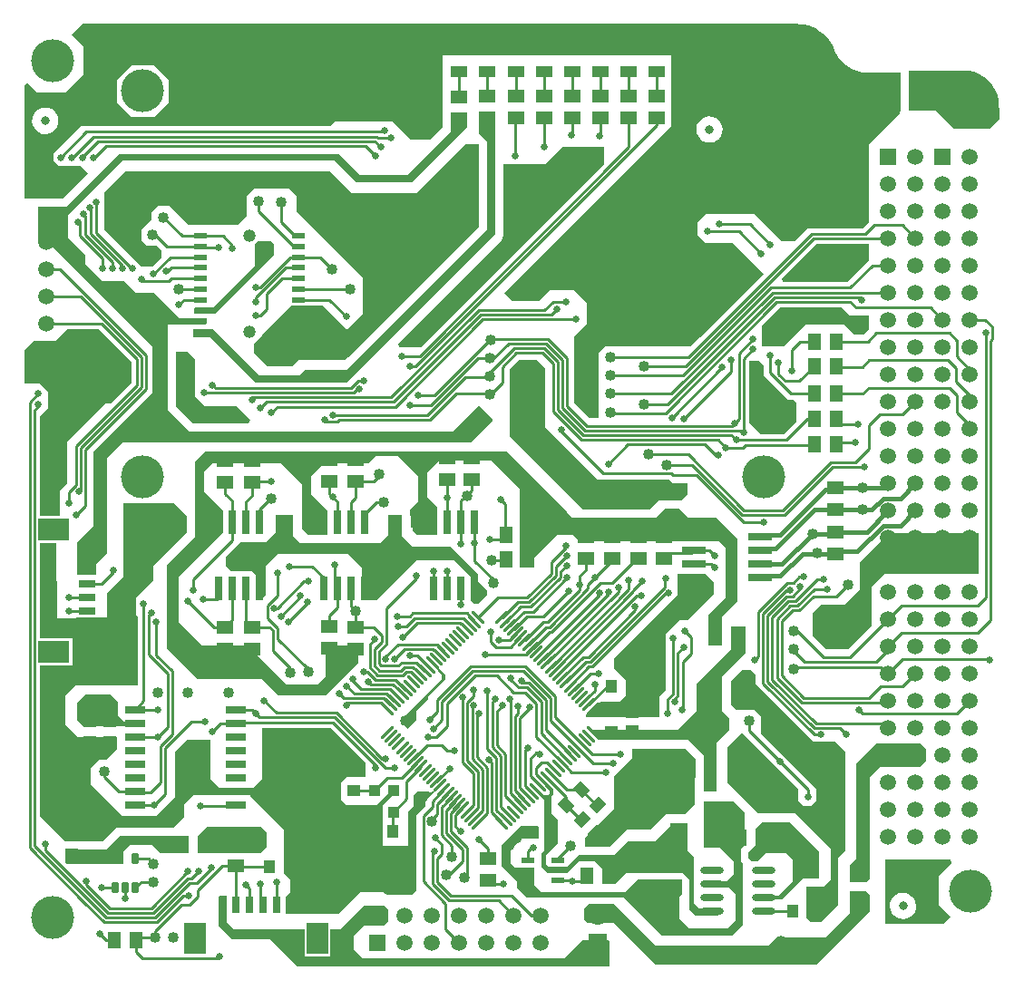
<source format=gtl>
G04*
G04 #@! TF.GenerationSoftware,Altium Limited,Altium Designer,18.1.7 (191)*
G04*
G04 Layer_Physical_Order=1*
G04 Layer_Color=255*
%FSLAX44Y44*%
%MOMM*%
G71*
G01*
G75*
%ADD10C,0.2540*%
%ADD22C,0.8128*%
%ADD24R,1.2000X1.5240*%
%ADD25R,1.5240X1.2000*%
%ADD26R,1.2600X0.6100*%
%ADD27R,1.2000X1.2000*%
%ADD28R,1.2000X1.0500*%
%ADD29R,1.0500X1.2000*%
%ADD30R,1.1000X2.2000*%
%ADD31R,1.0500X0.8000*%
%ADD32O,2.2000X0.6000*%
G04:AMPARAMS|DCode=33|XSize=1mm|YSize=1.3mm|CornerRadius=0mm|HoleSize=0mm|Usage=FLASHONLY|Rotation=45.000|XOffset=0mm|YOffset=0mm|HoleType=Round|Shape=Rectangle|*
%AMROTATEDRECTD33*
4,1,4,0.1061,-0.8132,-0.8132,0.1061,-0.1061,0.8132,0.8132,-0.1061,0.1061,-0.8132,0.0*
%
%ADD33ROTATEDRECTD33*%

%ADD34R,1.2700X0.5080*%
G04:AMPARAMS|DCode=35|XSize=1.05mm|YSize=1.2mm|CornerRadius=0mm|HoleSize=0mm|Usage=FLASHONLY|Rotation=135.000|XOffset=0mm|YOffset=0mm|HoleType=Round|Shape=Rectangle|*
%AMROTATEDRECTD35*
4,1,4,0.7955,0.0530,-0.0530,-0.7955,-0.7955,-0.0530,0.0530,0.7955,0.7955,0.0530,0.0*
%
%ADD35ROTATEDRECTD35*%

G04:AMPARAMS|DCode=36|XSize=0.6mm|YSize=1mm|CornerRadius=0.051mm|HoleSize=0mm|Usage=FLASHONLY|Rotation=180.000|XOffset=0mm|YOffset=0mm|HoleType=Round|Shape=RoundedRectangle|*
%AMROUNDEDRECTD36*
21,1,0.6000,0.8980,0,0,180.0*
21,1,0.4980,1.0000,0,0,180.0*
1,1,0.1020,-0.2490,0.4490*
1,1,0.1020,0.2490,0.4490*
1,1,0.1020,0.2490,-0.4490*
1,1,0.1020,-0.2490,-0.4490*
%
%ADD36ROUNDEDRECTD36*%
%ADD37R,2.0000X3.0000*%
%ADD38R,0.8000X1.6000*%
%ADD39R,1.9250X0.7000*%
%ADD40R,0.7000X2.2000*%
%ADD42R,2.2000X0.7000*%
%ADD43R,1.5240X1.0160*%
%ADD44R,1.0000X1.0000*%
%ADD45R,1.6000X0.8000*%
%ADD46R,3.0000X2.0000*%
G04:AMPARAMS|DCode=81|XSize=0.3mm|YSize=1.75mm|CornerRadius=0mm|HoleSize=0mm|Usage=FLASHONLY|Rotation=135.000|XOffset=0mm|YOffset=0mm|HoleType=Round|Shape=Round|*
%AMOVALD81*
21,1,1.4500,0.3000,0.0000,0.0000,225.0*
1,1,0.3000,0.5127,0.5127*
1,1,0.3000,-0.5127,-0.5127*
%
%ADD81OVALD81*%

G04:AMPARAMS|DCode=82|XSize=0.3mm|YSize=1.75mm|CornerRadius=0mm|HoleSize=0mm|Usage=FLASHONLY|Rotation=225.000|XOffset=0mm|YOffset=0mm|HoleType=Round|Shape=Round|*
%AMOVALD82*
21,1,1.4500,0.3000,0.0000,0.0000,315.0*
1,1,0.3000,-0.5127,0.5127*
1,1,0.3000,0.5127,-0.5127*
%
%ADD82OVALD82*%

%ADD83C,0.3810*%
%ADD84R,1.5000X1.5000*%
%ADD85C,1.5000*%
%ADD86R,1.5000X1.5000*%
%ADD87C,1.0160*%
%ADD88C,1.1900*%
%ADD89R,1.7780X1.7780*%
%ADD90C,1.7780*%
%ADD91C,4.0000*%
%ADD92C,0.6350*%
G36*
X1551393Y1658957D02*
X1556479Y1657736D01*
X1561312Y1655735D01*
X1565772Y1653001D01*
X1569750Y1649604D01*
X1573147Y1645627D01*
X1575880Y1641167D01*
X1577882Y1636334D01*
X1579103Y1631248D01*
X1579473Y1626542D01*
X1579444Y1625273D01*
X1579418Y1625143D01*
X1579629Y1624082D01*
X1579852Y1622963D01*
X1579961Y1622799D01*
Y1613961D01*
X1570750Y1604750D01*
X1537500Y1604750D01*
X1520750Y1621500D01*
X1495000Y1621500D01*
X1495000Y1659272D01*
X1547392D01*
X1551393Y1658957D01*
D02*
G37*
G36*
X1083000Y1606250D02*
X1031750Y1555000D01*
X979454D01*
X959704Y1575000D01*
X761217Y1575000D01*
X710500Y1524283D01*
Y1509391D01*
X710500Y1503337D01*
X726625Y1487212D01*
Y1478375D01*
X742750Y1462250D01*
X763250Y1462250D01*
X774000Y1451500D01*
X790629D01*
X814128Y1428000D01*
X839000Y1428000D01*
X839000Y1422000D01*
X803500Y1422000D01*
Y1341755D01*
X823854Y1321801D01*
X1069774Y1321801D01*
X1094058Y1346085D01*
X1106437Y1333707D01*
Y1332437D01*
X1086250Y1312250D01*
X761750Y1312250D01*
X747000Y1297500D01*
X747000Y1208000D01*
X737000Y1198000D01*
Y1188000D01*
X719186Y1188000D01*
Y1219000D01*
X734500Y1234314D01*
X734500Y1303250D01*
X760750Y1329500D01*
X789000Y1357750D01*
X789000Y1401250D01*
X694625Y1495625D01*
X686375D01*
X682615Y1499385D01*
X682615Y1532000D01*
X708350D01*
X757850Y1581500D01*
X962750D01*
X983250Y1561250D01*
X1027500Y1561250D01*
X1067971Y1601721D01*
X1067971Y1616750D01*
X1083000Y1616750D01*
X1083000Y1606250D01*
D02*
G37*
G36*
X1094314Y1590066D02*
X1094314Y1513684D01*
X971732Y1391102D01*
X969000Y1388500D01*
Y1388500D01*
X969000Y1388500D01*
X925500D01*
X920000Y1383000D01*
X896382Y1383000D01*
X884171Y1395211D01*
Y1404304D01*
X891709Y1412119D01*
X919000Y1439410D01*
X934740D01*
X948379Y1439410D01*
X970895Y1416895D01*
X986000Y1432000D01*
Y1466125D01*
X924025Y1528101D01*
X923908Y1541956D01*
X916863Y1549000D01*
X883809Y1549000D01*
X877147Y1542337D01*
X876845Y1523095D01*
X868750Y1515000D01*
X847672Y1515000D01*
X823000Y1515000D01*
X805502Y1532498D01*
X794498D01*
X788106Y1526106D01*
X788235Y1520485D01*
X778963Y1511213D01*
X778963Y1501037D01*
X784000Y1496000D01*
X792750Y1496000D01*
X797625Y1491125D01*
X797625Y1484625D01*
X789250Y1476250D01*
X778963Y1476250D01*
X772214Y1483000D01*
X744000Y1511213D01*
X744000Y1535958D01*
X744081Y1536575D01*
X744000Y1537192D01*
Y1545599D01*
X763401Y1565000D01*
X955273D01*
X975273Y1545000D01*
X1036029D01*
X1081095Y1590066D01*
X1094314D01*
D02*
G37*
G36*
X1390095Y1702735D02*
X1390479Y1702659D01*
X1390561Y1702675D01*
X1394279Y1702503D01*
X1396890Y1702298D01*
X1402496Y1700952D01*
X1407823Y1698745D01*
X1412740Y1695732D01*
X1417124Y1691988D01*
X1420869Y1687603D01*
X1423881Y1682687D01*
X1425624Y1678479D01*
X1425624Y1678479D01*
X1425699Y1678256D01*
X1425830Y1678060D01*
X1426764Y1676159D01*
X1427261Y1675348D01*
X1429612Y1671512D01*
X1433152Y1667367D01*
X1437297Y1663827D01*
X1441944Y1660979D01*
X1446980Y1658893D01*
X1452280Y1657621D01*
X1457565Y1657205D01*
Y1657205D01*
X1457587Y1657201D01*
X1457601Y1657204D01*
X1457714Y1657200D01*
X1487314D01*
X1487314Y1622810D01*
X1487250Y1619000D01*
X1457714Y1589464D01*
X1457714Y1517289D01*
X1452522Y1512097D01*
X1404918D01*
X1404918Y1512097D01*
X1404918Y1512097D01*
X1400763D01*
X1388666Y1500000D01*
X1376000Y1500000D01*
X1351000Y1525000D01*
X1306000Y1525000D01*
X1298178Y1517178D01*
X1298178Y1505822D01*
X1306000Y1498000D01*
X1330655Y1498000D01*
X1359665Y1468990D01*
X1300477Y1409802D01*
X1300000Y1410000D01*
Y1410000D01*
X1292000Y1402000D01*
X1212289D01*
X1205768Y1395479D01*
X1205768Y1335000D01*
X1197250D01*
X1182781Y1349469D01*
X1182781Y1411079D01*
X1194728Y1423026D01*
X1194728Y1442121D01*
X1182781Y1454069D01*
X1160000Y1454069D01*
X1149931Y1444000D01*
X1125474D01*
X1117987Y1451487D01*
X1273070Y1606570D01*
X1273070Y1673000D01*
X1060000D01*
Y1606372D01*
X1047878Y1594250D01*
X1030683Y1594250D01*
X1013087Y1612000D01*
X959809Y1612000D01*
X956063Y1608253D01*
Y1608253D01*
X955587Y1607105D01*
X727569D01*
X727568Y1607105D01*
X722105Y1607105D01*
X696651Y1581651D01*
X696651Y1574909D01*
X701310Y1570250D01*
X721750Y1570250D01*
X728740Y1563260D01*
X712240Y1546759D01*
X705166Y1539686D01*
X682615D01*
X669719Y1539686D01*
Y1645232D01*
X672414Y1647926D01*
X681340Y1639000D01*
X709000Y1639000D01*
X725250Y1655250D01*
X725250Y1681188D01*
X713844Y1692594D01*
X724201Y1702950D01*
X1386872D01*
X1390095Y1702735D01*
D02*
G37*
G36*
X1457714Y1480918D02*
X1457631Y1480862D01*
X1438239Y1461470D01*
X1377880D01*
X1376422Y1464991D01*
X1408852Y1497421D01*
X1457714D01*
X1457714Y1480918D01*
D02*
G37*
G36*
X903000Y1497000D02*
X903000Y1487000D01*
X848000Y1432000D01*
X828000D01*
X828000Y1437102D01*
X828898Y1438000D01*
X846000Y1438000D01*
X885000Y1477000D01*
X885000Y1497314D01*
X887686Y1500000D01*
X900000D01*
X903000Y1497000D01*
D02*
G37*
G36*
X1432700Y1437750D02*
X1439700Y1430750D01*
X1457713Y1430750D01*
X1457714Y1417964D01*
X1452750Y1413000D01*
X1444750D01*
X1435500Y1422250D01*
X1399090Y1422250D01*
X1392720Y1415880D01*
X1390000Y1413250D01*
Y1413250D01*
X1386190Y1409440D01*
X1378750Y1402000D01*
X1358500D01*
X1358500Y1421000D01*
X1375250Y1437750D01*
X1432700Y1437750D01*
D02*
G37*
G36*
X769658Y1387092D02*
Y1367482D01*
X750255Y1348080D01*
X745330Y1348080D01*
X710000Y1312750D01*
Y1274140D01*
X702790Y1266930D01*
Y1243140D01*
X684012D01*
Y1336511D01*
X691750Y1344250D01*
X691750Y1358861D01*
X683861Y1366750D01*
X669719D01*
Y1398470D01*
X678250Y1407000D01*
X686625Y1407000D01*
X698730Y1407000D01*
X700309Y1408571D01*
X709264Y1417487D01*
X739263Y1417487D01*
X769658Y1387092D01*
D02*
G37*
G36*
X1210942Y1587640D02*
X1210942Y1572193D01*
X1039749Y1401000D01*
X1019847Y1401000D01*
X1018389Y1404520D01*
X1114935Y1501065D01*
X1116156Y1502657D01*
X1116924Y1504511D01*
X1117186Y1506500D01*
X1117186Y1571424D01*
X1117186Y1571424D01*
X1156000D01*
X1172641Y1587641D01*
X1210942Y1587640D01*
D02*
G37*
G36*
X1109500Y1506500D02*
X970500Y1367500D01*
X885500Y1367500D01*
X842750Y1410250D01*
X827898Y1410250D01*
X827000Y1411148D01*
X827000Y1418000D01*
X845991Y1418000D01*
X883991Y1380000D01*
X889331Y1374660D01*
X926035D01*
X931375Y1380000D01*
X971500Y1380000D01*
X1102000Y1510500D01*
X1102000Y1593250D01*
X1094250Y1601000D01*
X1094250Y1617000D01*
X1109500D01*
X1109500Y1506500D01*
D02*
G37*
G36*
X829118Y1389000D02*
X828834Y1388716D01*
Y1354666D01*
X837415Y1346085D01*
X867730D01*
X880809Y1333006D01*
X879351Y1329486D01*
X826993D01*
X811186Y1344983D01*
Y1396290D01*
X821828D01*
X829118Y1389000D01*
D02*
G37*
G36*
X1359500Y1384043D02*
X1359500Y1374427D01*
X1382426Y1351500D01*
X1387306Y1351500D01*
X1390000Y1348806D01*
X1390000Y1330325D01*
X1378855Y1319180D01*
X1357070D01*
X1346250Y1330000D01*
X1346250Y1357433D01*
X1346180D01*
Y1387750D01*
X1355793D01*
X1359500Y1384043D01*
D02*
G37*
G36*
X1156000Y1381000D02*
X1156000Y1326043D01*
X1205030Y1277014D01*
X1229264Y1277014D01*
X1271852Y1277013D01*
X1275116Y1273750D01*
X1284810Y1273750D01*
X1288620D01*
Y1270852D01*
Y1263870D01*
X1282750Y1258000D01*
X1261760D01*
X1253071Y1249311D01*
X1191089D01*
X1122527Y1317873D01*
X1122527Y1380121D01*
X1131483Y1389077D01*
X1147923D01*
X1156000Y1381000D01*
D02*
G37*
G36*
X920814Y1244072D02*
Y1231750D01*
X920852Y1231464D01*
Y1224180D01*
X927532Y1217500D01*
X1002099D01*
X1009000Y1224401D01*
X1009000Y1244000D01*
X1022244D01*
Y1224274D01*
X1032019Y1214500D01*
X1067607D01*
X1093182Y1188924D01*
Y1182000D01*
X1098738Y1176444D01*
X1101432Y1173750D01*
X1101432Y1169554D01*
X1093378Y1161500D01*
X1089300D01*
X1086366Y1164434D01*
X1086282Y1186392D01*
X1070675Y1202000D01*
X1035987D01*
X998710Y1164723D01*
X984500D01*
Y1166000D01*
Y1195309D01*
X983750Y1196059D01*
X972809Y1207000D01*
X971809Y1208000D01*
X906500D01*
X895215Y1196715D01*
Y1186715D01*
X895000Y1186500D01*
X895107Y1186393D01*
Y1169197D01*
X891910Y1166000D01*
X888194Y1166000D01*
X885500Y1168694D01*
X885500Y1188000D01*
X881750Y1191750D01*
X863250D01*
X858000Y1197000D01*
Y1205500D01*
X871000Y1218500D01*
X895000D01*
X904500Y1228000D01*
Y1244072D01*
X920814Y1244072D01*
D02*
G37*
G36*
X821314Y1243186D02*
Y1228164D01*
X789697Y1196548D01*
X789698Y1182649D01*
X773955Y1166918D01*
X773955Y1151292D01*
X775820Y1149426D01*
Y1085000D01*
X717011D01*
X708000Y1075989D01*
X708000Y1048250D01*
X719470Y1036780D01*
X756500Y1036780D01*
X756500Y1026131D01*
X756000Y1025631D01*
X750127Y1019757D01*
X746119Y1015750D01*
X739750Y1015750D01*
X732000Y1008000D01*
Y992874D01*
X761493Y963381D01*
X793003Y963381D01*
X810250Y980628D01*
X810250Y1022250D01*
X821750Y1033750D01*
X843250D01*
X843250Y998000D01*
X851654Y989596D01*
X882846Y989596D01*
X882846Y989596D01*
X891250Y998000D01*
X891250Y1044820D01*
X955947D01*
X988000Y1012768D01*
X988000Y999250D01*
X970000Y999250D01*
X965076Y994326D01*
Y978424D01*
X969951Y973549D01*
X999299Y973549D01*
X1012081Y986331D01*
X1016779Y991029D01*
X1018458Y990997D01*
X1018936Y990480D01*
X1018935Y987436D01*
X1013500Y982000D01*
X1004500Y973000D01*
Y935000D01*
X1027765Y935000D01*
Y946015D01*
Y966955D01*
X1033026Y972225D01*
X1033022Y973549D01*
X1033022Y973772D01*
X1033000Y982125D01*
X1036889Y986014D01*
X1047319D01*
X1048440Y984281D01*
X1050168Y986009D01*
X1050741Y986123D01*
X1051580Y986684D01*
X1052390Y985697D01*
X1048851Y982158D01*
X1046998Y980305D01*
X1045875Y978625D01*
X1045747Y977981D01*
X1044171Y976405D01*
Y972671D01*
X1035341Y963841D01*
X1035342Y892841D01*
X1031500Y889000D01*
X1018000Y889000D01*
X1008190Y889000D01*
X1006650Y890540D01*
X1005441Y891750D01*
X982742D01*
X981533Y890540D01*
X963000Y872008D01*
X914000D01*
X914000Y888000D01*
X917500Y891500D01*
Y904000D01*
X914000Y907500D01*
X912000Y909500D01*
X912000Y950516D01*
X911000Y951516D01*
D01*
X883000Y979516D01*
X883000Y979516D01*
X880516Y982000D01*
X880266Y982250D01*
X862925Y982250D01*
X827345Y982250D01*
X819000Y973905D01*
Y962242D01*
X811137Y954380D01*
X808379Y951750D01*
X755500D01*
X743186Y939436D01*
X708000Y939436D01*
X706247Y941188D01*
X691750Y955686D01*
X684012Y963424D01*
Y1103560D01*
X714420D01*
Y1128640D01*
X684012D01*
X684012Y1218060D01*
X699349D01*
X700007Y1147945D01*
X709176Y1147945D01*
X711000Y1147705D01*
X712823Y1147945D01*
X712824Y1147945D01*
X717730Y1147945D01*
Y1148060D01*
X738420D01*
X747000Y1148060D01*
Y1148770D01*
Y1171000D01*
X762000Y1186000D01*
Y1254799D01*
X803440Y1254799D01*
X809701D01*
X821314Y1243186D01*
D02*
G37*
G36*
X1176840Y1246160D02*
X1181375Y1241625D01*
X1258875D01*
X1267500Y1250250D01*
X1280750D01*
X1289375Y1241625D01*
X1315875D01*
X1335250Y1222250D01*
X1335250Y1163250D01*
X1321000Y1149000D01*
Y1122092D01*
X1308500Y1122092D01*
X1308500Y1151250D01*
X1324500Y1167250D01*
X1324500Y1213750D01*
X1318250Y1220000D01*
X1188000Y1220000D01*
X1182160Y1225840D01*
X1166840Y1225840D01*
X1145727Y1204727D01*
X1145727Y1194750D01*
X1132500Y1194750D01*
X1132500Y1268000D01*
X1105940Y1294560D01*
X1056400Y1294560D01*
X1045729Y1283889D01*
X1045729Y1261271D01*
X1055250Y1251750D01*
X1055250Y1225840D01*
X1036203D01*
X1032485Y1229557D01*
Y1241734D01*
X1029930Y1244289D01*
X1029930Y1249164D01*
X1037051Y1256284D01*
X1037016Y1280734D01*
X1018750Y1299000D01*
X997724Y1299000D01*
X991224Y1292500D01*
X949081Y1292500D01*
X937000Y1280419D01*
X937000Y1264000D01*
X952500Y1248500D01*
X952500Y1225840D01*
X934410Y1225840D01*
X928500Y1231750D01*
X928500Y1272500D01*
X908500Y1292500D01*
X895500Y1292500D01*
X845000Y1292500D01*
X837565Y1285065D01*
X837565Y1265480D01*
X855000Y1248045D01*
X855000Y1227500D01*
X814000Y1186500D01*
X814000Y1143500D01*
X835408Y1122092D01*
X887240Y1121946D01*
X887240Y1112510D01*
X913750Y1086000D01*
X943500Y1086000D01*
X951000Y1093500D01*
X951000Y1122045D01*
X981000D01*
X981000Y1105500D01*
X951000Y1075500D01*
X907000Y1075500D01*
X897136Y1085363D01*
X891697Y1090803D01*
X831547D01*
X802719Y1119631D01*
Y1136031D01*
Y1197469D01*
X829000Y1223750D01*
X829000Y1294000D01*
X838000Y1303000D01*
X1120000Y1303000D01*
X1176840Y1246160D01*
D02*
G37*
G36*
X1560890Y1189498D02*
X1473498D01*
X1460895Y1176895D01*
X1460895Y1140920D01*
X1438975Y1119000D01*
X1417250Y1119000D01*
X1405300Y1131311D01*
X1405300Y1152300D01*
X1413000Y1160000D01*
X1435368D01*
X1449888Y1174520D01*
X1449888Y1200494D01*
X1476395Y1227000D01*
X1560890Y1227000D01*
X1560890Y1189498D01*
D02*
G37*
G36*
X1312919Y1181831D02*
Y1169919D01*
X1289000Y1146000D01*
X1281250Y1146000D01*
X1268250Y1133000D01*
X1268250Y1080500D01*
X1262250Y1074500D01*
X1262250Y1055632D01*
X1196988Y1055632D01*
D01*
X1193780D01*
X1193780Y1056902D01*
X1193780Y1058267D01*
X1194559Y1058787D01*
X1197579Y1061807D01*
X1197812Y1061853D01*
X1198755Y1062041D01*
X1200436Y1063164D01*
X1207272Y1070000D01*
X1207272Y1070000D01*
X1211500Y1070000D01*
X1225000Y1070000D01*
X1231000Y1076000D01*
X1231000Y1089932D01*
X1220500Y1100432D01*
X1220500Y1110250D01*
X1279000Y1168750D01*
X1279000Y1188924D01*
X1283540D01*
X1305500Y1188924D01*
X1305826D01*
X1312919Y1181831D01*
D02*
G37*
G36*
X756750Y1070090D02*
X756750Y1056750D01*
X762500Y1051000D01*
X774262Y1051000D01*
X775160Y1050102D01*
X775160Y1046500D01*
X724750Y1046500D01*
X719186Y1052064D01*
Y1069186D01*
X726250Y1076250D01*
X750590Y1076250D01*
X756750Y1070090D01*
D02*
G37*
G36*
X1056505Y1101214D02*
X1057841Y1100321D01*
X1063070Y1095093D01*
X1063070Y1090452D01*
X1046998Y1074380D01*
Y1071998D01*
X1035750Y1060750D01*
X1035750Y1052500D01*
X1027875Y1044625D01*
X1021385Y1051115D01*
X1021385Y1052385D01*
X1059000Y1090000D01*
X1059000Y1095423D01*
X1056242Y1098180D01*
X1056152Y1098632D01*
X1055259Y1099968D01*
X1052239Y1102988D01*
X1052180Y1103286D01*
X1053307Y1104412D01*
X1056505Y1101214D01*
D02*
G37*
G36*
X1343000Y1115250D02*
X1320750Y1093000D01*
Y1061500D01*
X1328000Y1054250D01*
Y1043500D01*
X1316000Y1031500D01*
X1316000Y986000D01*
X1304648Y986000D01*
X1303750Y986898D01*
Y1019342D01*
X1289342Y1033750D01*
X1205500D01*
X1197017Y1042233D01*
X1197503Y1043406D01*
X1279687Y1043406D01*
X1297250Y1060969D01*
X1297250Y1086908D01*
X1329000Y1118658D01*
Y1139910D01*
X1343000D01*
Y1115250D01*
D02*
G37*
G36*
X1511000Y1025750D02*
X1511000Y1014500D01*
X1505500Y1009000D01*
X1468450Y1009000D01*
X1459250Y999800D01*
X1459250Y904250D01*
X1456000Y901000D01*
X1440000Y901000D01*
X1440000Y917000D01*
X1446000Y923000D01*
X1446000Y1012000D01*
X1464750Y1030750D01*
X1506000Y1030750D01*
X1511000Y1025750D01*
D02*
G37*
G36*
X1161418Y989847D02*
X1163000Y988257D01*
X1163000Y982500D01*
X1162000Y981500D01*
X1162000Y965661D01*
X1168000Y959661D01*
X1168000Y937500D01*
X1156250Y925750D01*
X1156250Y917750D01*
X1158468Y915532D01*
X1176532Y915532D01*
X1187650Y926650D01*
X1220150D01*
X1233250Y939750D01*
X1258634D01*
X1274883Y956000D01*
X1281817Y956000D01*
X1288750D01*
X1288750Y930550D01*
X1295000Y924300D01*
X1295000Y882000D01*
X1300000Y877000D01*
X1321000Y877000D01*
X1321000Y874034D01*
X1316966Y870000D01*
X1295970Y870000D01*
X1290000Y875970D01*
Y903994D01*
X1283994Y910000D01*
X1231910Y910000D01*
X1221260Y899350D01*
X1209229Y899350D01*
X1209229Y913520D01*
X1201750Y921000D01*
X1188000Y921000D01*
X1176500Y909500D01*
X1158250Y909500D01*
X1152250Y915500D01*
X1152250Y928500D01*
X1155000Y931250D01*
X1155000Y978209D01*
X1148465Y984744D01*
Y986014D01*
X1149903Y987453D01*
X1154856Y982500D01*
X1158456Y982500D01*
X1160216Y984260D01*
X1160241Y987000D01*
X1156204Y991121D01*
X1156385Y992751D01*
X1156544Y992858D01*
X1158179Y993019D01*
X1161418Y989847D01*
D02*
G37*
G36*
X1347715Y1099285D02*
X1352511Y1094489D01*
X1352487Y1086444D01*
X1406181Y1032750D01*
X1426000Y1032750D01*
X1435950Y1022800D01*
X1435950Y930950D01*
X1429250Y924250D01*
X1429250Y879750D01*
X1413500Y864000D01*
X1403750D01*
X1399250Y868500D01*
X1399250Y897000D01*
X1416150D01*
X1422250Y903100D01*
X1422250Y932750D01*
X1389750Y965250D01*
X1355102Y965250D01*
X1326000Y994352D01*
X1326000Y1027500D01*
X1339519Y1041019D01*
X1392000Y988538D01*
X1392000Y977500D01*
X1396750Y972750D01*
X1404679Y972750D01*
X1409250Y977016D01*
X1409250Y987750D01*
X1357250Y1039750D01*
X1357250Y1056500D01*
X1351500Y1062250D01*
X1334750Y1062250D01*
X1329500Y1067500D01*
X1329500Y1076546D01*
X1329500Y1089500D01*
X1334673Y1094673D01*
X1339285Y1099286D01*
X1347715Y1099285D01*
D02*
G37*
G36*
X1296064Y1016159D02*
Y999000D01*
X1295914D01*
X1295914Y973794D01*
X1287098Y964978D01*
X1268728Y964978D01*
X1255027Y951277D01*
X1254000Y950250D01*
X1231655Y950250D01*
X1215741Y934336D01*
X1193000D01*
X1193000Y942723D01*
X1195784Y945507D01*
X1220153Y969876D01*
X1219897Y1000147D01*
X1237000Y1017250D01*
X1237000Y1026064D01*
X1286159D01*
X1296064Y1016159D01*
D02*
G37*
G36*
X822750Y944000D02*
X822750Y928000D01*
X797000Y928000D01*
X789250Y935750D01*
X768250Y935750D01*
X762500Y930000D01*
X762500Y918500D01*
X709750Y918500D01*
X708000Y920250D01*
X708000Y931750D01*
X746390Y931750D01*
X758640Y944000D01*
X802840Y944000D01*
X822750Y944000D01*
D02*
G37*
G36*
X896000Y948000D02*
X896000Y934337D01*
X889653Y927990D01*
X855220Y927990D01*
X832148Y927990D01*
X831250Y928888D01*
X831250Y944269D01*
X840025Y953000D01*
X891000Y953000D01*
X896000Y948000D01*
D02*
G37*
G36*
X1411250Y930250D02*
X1411250Y905000D01*
X1397000D01*
X1377000Y885000D01*
X1359000D01*
Y888341D01*
X1373641D01*
X1387250Y901950D01*
X1387250Y921660D01*
X1380910Y928000D01*
X1361250D01*
X1353750Y920500D01*
X1348750D01*
X1345500Y923750D01*
Y929250D01*
X1352250Y935877D01*
X1352250Y950750D01*
X1358500Y957000D01*
X1384500Y957000D01*
X1411250Y930250D01*
D02*
G37*
G36*
X1535520Y918700D02*
X1523080Y906260D01*
X1523080Y880322D01*
X1534486Y868916D01*
X1527630Y862059D01*
X1473250D01*
X1473250Y922510D01*
X1533942Y922510D01*
X1535520Y918700D01*
D02*
G37*
G36*
X859000Y888250D02*
X859000Y863746D01*
X865254Y857500D01*
X931722Y857500D01*
Y832222D01*
X955278D01*
Y857500D01*
X964250Y857500D01*
X986254Y879504D01*
X1005575Y879504D01*
X1009500Y875579D01*
Y865000D01*
X1005000Y860500D01*
X986564Y860500D01*
X977500Y851436D01*
X977500Y838564D01*
X985564Y830500D01*
X1174500D01*
X1190750Y846750D01*
X1215352Y846750D01*
X1216250Y845852D01*
X1216250Y822500D01*
X924750Y822500D01*
X899000Y848250D01*
X863250Y848250D01*
X851000Y860500D01*
X851000Y887352D01*
X851898Y888250D01*
X859000Y888250D01*
D02*
G37*
G36*
X1342000Y966000D02*
X1342000Y935250D01*
X1339000Y932250D01*
X1339000Y921000D01*
X1340750Y919250D01*
Y916000D01*
X1340750Y861750D01*
X1330250Y851250D01*
X1264750D01*
X1229500Y886500D01*
X1139145Y886500D01*
X1129598Y896046D01*
Y902152D01*
X1115500Y916250D01*
X1115500Y936300D01*
X1133200Y954000D01*
X1148852Y954000D01*
X1149750Y953102D01*
X1149750Y942000D01*
X1134000Y942000D01*
X1123500Y931500D01*
X1123500Y918750D01*
X1127750Y914500D01*
X1145668Y914500D01*
X1145832Y898008D01*
X1152090Y891750D01*
X1230097Y891750D01*
X1242097Y903750D01*
X1284000Y903750D01*
Y890500D01*
X1281000Y887500D01*
X1281000Y867500D01*
X1290500Y858000D01*
X1325750Y858000D01*
X1333250Y865500D01*
X1333250Y890115D01*
X1326864Y896500D01*
X1313000D01*
X1313000Y902250D01*
X1325250Y902250D01*
X1331631Y908631D01*
X1331631Y920619D01*
X1318532Y933718D01*
X1304648Y933718D01*
X1303750Y934616D01*
X1303750Y976369D01*
X1331631Y976369D01*
X1342000Y966000D01*
D02*
G37*
G36*
X1459250Y889500D02*
Y873950D01*
X1409656Y824356D01*
X1276856D01*
X1259144Y824356D01*
X1220000Y863500D01*
X1195750Y863500D01*
X1192500Y866750D01*
X1192500Y876750D01*
X1197000Y881250D01*
X1219750Y881250D01*
X1259250Y841750D01*
X1364650D01*
X1371900Y849250D01*
X1416500Y849250D01*
X1417000Y849750D01*
X1440000Y872750D01*
X1440000Y893000D01*
X1455750Y893000D01*
X1459250Y889500D01*
D02*
G37*
%LPC*%
G36*
X790250Y1664500D02*
X770000D01*
X756000Y1650250D01*
Y1629250D01*
X769250Y1616000D01*
X790750D01*
X804500Y1629750D01*
Y1650250D01*
X790250Y1664500D01*
D02*
G37*
G36*
X688622Y1624492D02*
X685493Y1623911D01*
X682615Y1622550D01*
X680181Y1620500D01*
X678350Y1617896D01*
X677245Y1614911D01*
X676938Y1611743D01*
X677449Y1608602D01*
X678746Y1605695D01*
X680742Y1603216D01*
X683304Y1601328D01*
X686264Y1600156D01*
X689424Y1599779D01*
X691000Y1600000D01*
Y1600000D01*
X692611Y1600288D01*
X695576Y1601673D01*
X698086Y1603772D01*
X699972Y1606446D01*
X701109Y1609515D01*
X701419Y1612772D01*
X700882Y1616000D01*
X699534Y1618982D01*
X698500Y1620250D01*
X698500Y1620250D01*
X697448Y1621444D01*
X694805Y1623217D01*
X691796Y1624256D01*
X688622Y1624492D01*
D02*
G37*
G36*
X1308743Y1616312D02*
X1305602Y1615801D01*
X1302695Y1614504D01*
X1300216Y1612508D01*
X1298328Y1609946D01*
X1297156Y1606986D01*
X1296779Y1603826D01*
X1297000Y1602250D01*
X1297000D01*
X1297288Y1600639D01*
X1298673Y1597674D01*
X1300772Y1595164D01*
X1303446Y1593278D01*
X1306515Y1592141D01*
X1309772Y1591831D01*
X1313000Y1592368D01*
D01*
X1315982Y1593716D01*
X1317250Y1594750D01*
X1317250Y1594750D01*
X1317250Y1594750D01*
X1318444Y1595802D01*
X1320217Y1598445D01*
X1321255Y1601454D01*
X1321492Y1604628D01*
X1320911Y1607757D01*
X1319550Y1610635D01*
X1317500Y1613069D01*
X1314896Y1614900D01*
X1311911Y1616005D01*
X1308743Y1616312D01*
D02*
G37*
G36*
X1489493Y891312D02*
X1486352Y890801D01*
X1483445Y889504D01*
X1480966Y887508D01*
X1479078Y884946D01*
X1477906Y881986D01*
X1477529Y878826D01*
X1477750Y877250D01*
X1477750D01*
X1478038Y875639D01*
X1479423Y872674D01*
X1481522Y870164D01*
X1484196Y868278D01*
X1487265Y867141D01*
X1490522Y866831D01*
X1493750Y867368D01*
X1496732Y868716D01*
X1498000Y869750D01*
X1498000Y869750D01*
X1499194Y870802D01*
X1500966Y873446D01*
X1502005Y876454D01*
X1502242Y879628D01*
X1501661Y882757D01*
X1500300Y885635D01*
X1498250Y888069D01*
X1495646Y889900D01*
X1492661Y891005D01*
X1489493Y891312D01*
D02*
G37*
%LPD*%
D10*
X1210112Y1282872D02*
X1273681D01*
X1171000Y1321984D02*
X1210112Y1282872D01*
X1233228Y1309978D02*
X1305022D01*
X1215000Y1291750D02*
X1233228Y1309978D01*
X1273681Y1282872D02*
X1275553Y1281000D01*
X678832Y1341832D02*
X683625Y1346625D01*
X725250Y1525250D02*
X726750Y1523750D01*
Y1505671D02*
Y1523750D01*
Y1505671D02*
X751917Y1480504D01*
X703447Y1577803D02*
X727569Y1601925D01*
X721750Y1504564D02*
Y1517750D01*
Y1504564D02*
X742500Y1483814D01*
X802500Y1495000D02*
X834100D01*
X791750Y1505750D02*
X802500Y1495000D01*
X789500Y1505750D02*
X791750D01*
X834100Y1495000D02*
X835100Y1494000D01*
X851000D01*
X719547Y1517750D02*
X721750D01*
X746250Y847000D02*
X753840D01*
X740000Y853250D02*
X746250Y847000D01*
X678832Y1341832D02*
X678832Y935205D01*
X674514Y1346166D02*
Y1349514D01*
X682750Y1357750D01*
X803000Y1471000D02*
X807000Y1475000D01*
X1047335Y1052750D02*
X1052777Y1058192D01*
X995602Y1007549D02*
X998073Y1010020D01*
X882313Y1062180D02*
X889494Y1055000D01*
X1566682Y1414000D02*
X1567364Y1413318D01*
X733750Y1577000D02*
X745721Y1588971D01*
X1060723Y1116324D02*
Y1117602D01*
X723500Y1578000D02*
X738789Y1593289D01*
X783473Y1361760D02*
Y1393382D01*
X726473Y1304760D02*
X783473Y1361760D01*
X779155Y1363548D02*
Y1391594D01*
X722155Y1306548D02*
X779155Y1363548D01*
X774837Y1365337D02*
Y1389805D01*
X717837Y1308337D02*
X774837Y1365337D01*
X711035Y1265585D02*
X717837Y1272388D01*
X711035Y1255561D02*
Y1265585D01*
X717837Y1272388D02*
Y1308337D01*
X722155Y1267905D02*
Y1306548D01*
X720250Y1266000D02*
X722155Y1267905D01*
X718250Y1244250D02*
X726473Y1252473D01*
Y1304760D01*
X742500Y1474500D02*
Y1483814D01*
X751917Y1474500D02*
Y1480504D01*
X731648Y1506879D02*
X761333Y1477194D01*
X731648Y1506879D02*
Y1530352D01*
X761333Y1474500D02*
Y1477194D01*
X737036Y1507598D02*
Y1536575D01*
Y1507598D02*
X770134Y1474500D01*
X770750D01*
X730750Y1531250D02*
X731648Y1530352D01*
X734107Y1597607D02*
X998499D01*
X714500Y1578000D02*
X734107Y1597607D01*
X738789Y1593289D02*
X996711D01*
X745721Y1588971D02*
X988279D01*
X674514Y1346166D02*
X674514Y933416D01*
X727730Y1154750D02*
X727880Y1154600D01*
X711000Y1154750D02*
X727730D01*
Y1167250D02*
X727880Y1167100D01*
X711000Y1167250D02*
X727730D01*
X741692Y1422950D02*
X774837Y1389805D01*
X690000Y1422950D02*
X741692D01*
X722399Y1448350D02*
X779155Y1391594D01*
X690000Y1448350D02*
X722399D01*
X690000Y1473750D02*
X703105D01*
X783473Y1393382D01*
X1401000Y981000D02*
Y987840D01*
X1374840Y1014000D02*
X1401000Y987840D01*
X1346000Y1042840D02*
X1374840Y1014000D01*
X1346000Y1042840D02*
Y1052000D01*
X800818Y983068D02*
Y1026461D01*
X791030Y973280D02*
X800818Y983068D01*
X825757Y1051400D02*
X838500D01*
X800818Y1026461D02*
X825757Y1051400D01*
X796500Y1028250D02*
X807758Y1039508D01*
X796500Y994250D02*
Y1028250D01*
X787629Y985379D02*
X796500Y994250D01*
X807758Y1039508D02*
Y1098110D01*
X773481Y985379D02*
X787629D01*
X792998Y1112869D02*
X807758Y1098110D01*
X773000Y923000D02*
X785500D01*
X854698Y916290D02*
X867500D01*
X831665Y893257D02*
X854698Y916290D01*
X831665Y887760D02*
Y893257D01*
X823905Y880000D02*
X831665Y887760D01*
X815926Y880000D02*
X823905D01*
X791750Y855824D02*
X815926Y880000D01*
X791750Y850000D02*
Y855824D01*
X818138Y888318D02*
X822750D01*
X793589Y863769D02*
X818138Y888318D01*
X744161Y863769D02*
X793589D01*
X791800Y868087D02*
X824172Y900459D01*
X790012Y872405D02*
X822383Y904777D01*
X788223Y876723D02*
X822500Y911000D01*
X824172Y900459D02*
X830260D01*
X822383Y904777D02*
X825777D01*
X749527Y876723D02*
X788223D01*
X747738Y872405D02*
X790012D01*
X745950Y868087D02*
X791800D01*
X825777Y904777D02*
X832000Y911000D01*
X830260Y900459D02*
X844000Y914199D01*
Y915130D01*
X1083000Y907750D02*
Y933644D01*
X1080750Y905500D02*
X1083000Y907750D01*
X1068109Y948535D02*
X1083000Y933644D01*
X1101250Y902840D02*
X1104590Y899500D01*
X1117000D01*
X1101250Y923160D02*
X1102750Y924660D01*
X1094250Y940750D02*
X1102750Y932250D01*
Y924660D02*
Y932250D01*
X1202016Y1079780D02*
Y1086016D01*
X1233714Y1587641D02*
Y1615105D01*
X1038574Y1392500D02*
X1233714Y1587641D01*
X1022000Y1392500D02*
X1038574D01*
X678832Y935205D02*
X711143Y902893D01*
X1275553Y1281000D02*
X1296893D01*
X1340933Y1236960D01*
X1269000Y1291000D02*
X1293000D01*
X725914Y882017D02*
X744161Y863769D01*
X711143Y902893D02*
X745950Y868087D01*
X689250Y930893D02*
X747738Y872405D01*
X727250Y899000D02*
X749527Y876723D01*
X777160Y850000D02*
X791750D01*
X774160Y847000D02*
X777160Y850000D01*
X774160Y836131D02*
Y847000D01*
X999925Y1596182D02*
X1011500D01*
X998499Y1597607D02*
X999925Y1596182D01*
X727569Y1601925D02*
X1004271D01*
X1005548Y1603202D01*
X996711Y1593289D02*
X1002500Y1587500D01*
X988279Y1588971D02*
X997500Y1579750D01*
X1406707Y1502600D02*
X1476200D01*
X1287107Y1383000D02*
X1406707Y1502600D01*
X1469206Y1102087D02*
X1475093Y1096200D01*
X1389588Y1102087D02*
X1469206D01*
X1388000Y1100500D02*
X1389588Y1102087D01*
X1464682Y1106682D02*
X1476200Y1118200D01*
X1398182Y1106682D02*
X1464682D01*
X1387923Y1116941D02*
X1398182Y1106682D01*
X1440200Y1111000D02*
X1476200Y1147000D01*
X1415500Y1111000D02*
X1440200D01*
X1391000Y1135500D02*
X1415500Y1111000D01*
X1476200Y1118200D02*
Y1121600D01*
X1387923Y1116941D02*
Y1118592D01*
X1475093Y1096200D02*
X1476200D01*
X834000Y972000D02*
X864400D01*
X866400Y974000D01*
X981217Y1369037D02*
X986820D01*
X974751Y1362570D02*
X981217Y1369037D01*
X980519Y1361566D02*
X982548D01*
X884112Y1353934D02*
X1012221D01*
X895616Y1349616D02*
X1014009D01*
X905908Y1345298D02*
X1015798D01*
X1029300Y1382818D02*
X1034998D01*
X1012221Y1353934D02*
X1093673Y1435386D01*
X1014009Y1349616D02*
X1095461Y1431068D01*
X1015798Y1345298D02*
X1097250Y1426750D01*
X1354932Y1153733D02*
X1382199Y1181000D01*
X1354932Y1111932D02*
Y1153733D01*
X1351500Y1108500D02*
X1354932Y1111932D01*
X1359250Y1086750D02*
Y1151944D01*
X1363568Y1088539D02*
Y1150155D01*
X1367886Y1090327D02*
Y1148367D01*
X1372204Y1092116D02*
Y1146578D01*
X1376522Y1093904D02*
Y1144790D01*
X1489150Y1083750D02*
X1501600Y1096200D01*
X1468750Y1083750D02*
X1489150D01*
X1458318Y1073318D02*
X1468750Y1083750D01*
X1397108Y1073318D02*
X1458318D01*
X1093037Y1390250D02*
X1107611D01*
X1395320Y1069000D02*
X1474400D01*
X1376522Y1093904D02*
X1397108Y1073318D01*
X1489253Y1109253D02*
X1569997D01*
X1476200Y1096200D02*
X1489253Y1109253D01*
X1449000Y1062000D02*
X1452000Y1059000D01*
X1372204Y1092116D02*
X1395320Y1069000D01*
X849832Y830041D02*
X851792Y832000D01*
X780250Y830041D02*
X849832D01*
X774160Y836131D02*
X780250Y830041D01*
X786000Y1113761D02*
X803440Y1096321D01*
Y1046220D02*
Y1096321D01*
X794000Y1036780D02*
X803440Y1046220D01*
X1073000Y1358000D02*
X1106250D01*
X961527Y1331027D02*
X963432Y1332932D01*
X949796Y1333065D02*
X951834Y1331027D01*
X961527D01*
X1041940Y962690D02*
X1050660Y971410D01*
X1041940Y902010D02*
Y962690D01*
X1050660Y971410D02*
Y976642D01*
X1041940Y902010D02*
X1063000Y880950D01*
X909963Y1465000D02*
X925900D01*
X896048Y1451085D02*
X909963Y1465000D01*
X896048Y1436495D02*
Y1451085D01*
X886000Y1443000D02*
Y1447143D01*
X913857Y1475000D01*
X925900D01*
X917750Y1485000D02*
X925900D01*
X889750Y1457000D02*
X917750Y1485000D01*
X886000Y1457000D02*
X889750D01*
X1125956Y1078554D02*
X1136808D01*
X1110510Y1094000D02*
X1125956Y1078554D01*
X1090244Y1094000D02*
X1110510D01*
X1106250Y1358000D02*
X1115750Y1367500D01*
X1047932Y1332932D02*
X1073000Y1358000D01*
X1099893Y1372750D02*
X1127007Y1399864D01*
X1081644Y1372750D02*
X1099893D01*
X1046143Y1337250D02*
X1081644Y1372750D01*
X1049287Y1346500D02*
X1093037Y1390250D01*
X1052430Y1355750D02*
X1105180Y1408500D01*
X1118852Y1220430D02*
Y1254148D01*
X1105180Y1408500D02*
X1158570D01*
X1037042Y1355750D02*
X1052430D01*
X1029783Y1346500D02*
X1049287D01*
X958000Y1337250D02*
X1046143D01*
X963432Y1332932D02*
X1047932D01*
X1115750Y1382500D02*
X1128796Y1395546D01*
X1115750Y1367500D02*
Y1382500D01*
X1153204Y1395546D02*
X1163250Y1385500D01*
X1128796Y1395546D02*
X1153204D01*
X1154993Y1399864D02*
X1167568Y1387289D01*
X1127007Y1399864D02*
X1154993D01*
X1156781Y1404182D02*
X1171886Y1389077D01*
X1121543Y1404182D02*
X1156781D01*
X1107611Y1390250D02*
X1121543Y1404182D01*
X1158570Y1408500D02*
X1176204Y1390866D01*
X958093Y1050000D02*
X998073Y1010020D01*
X867640Y1050000D02*
X958093D01*
X1003806Y1016500D02*
X1006500D01*
X960988Y1059318D02*
X1003806Y1016500D01*
X904992Y1059318D02*
X960988D01*
X959199Y1055000D02*
X1006650Y1007549D01*
X889494Y1055000D02*
X959199D01*
X1026250Y995185D02*
X1040206Y1009141D01*
X1026250Y979000D02*
Y995185D01*
X1014000Y966750D02*
X1026250Y979000D01*
X977500Y986500D02*
X977750Y986750D01*
X996500D01*
X1013973Y966723D02*
X1014000Y966750D01*
X1013973Y948606D02*
Y966723D01*
X1022381Y998500D02*
X1036614Y1012733D01*
X1008250Y998500D02*
X1022381D01*
X996500Y986750D02*
X1008250Y998500D01*
X1006650Y1007549D02*
X1015300D01*
X1003223Y1125223D02*
Y1131777D01*
X996088Y1138912D02*
X1003223Y1131777D01*
X978564Y1138912D02*
X996088D01*
X992190Y1101717D02*
Y1123190D01*
Y1101717D02*
X999352Y1094556D01*
X992190Y1123190D02*
X997000Y1128000D01*
X996508Y1103506D02*
Y1118508D01*
Y1103506D02*
X1001140Y1098874D01*
X996508Y1118508D02*
X1003223Y1125223D01*
X1002929Y1103192D02*
X1018745D01*
X1000826Y1105294D02*
X1002929Y1103192D01*
X1000826Y1105294D02*
Y1116720D01*
X1007541Y1123434D02*
Y1156804D01*
X1000826Y1116720D02*
X1007541Y1123434D01*
X1018745Y1103192D02*
X1021904Y1106350D01*
X1021120Y1098874D02*
X1024279Y1102032D01*
X1001140Y1098874D02*
X1021120D01*
X999352Y1094556D02*
X1022909D01*
X932750Y1097750D02*
Y1101750D01*
X977717Y1077283D02*
X1007840D01*
X970500Y1084500D02*
X977717Y1077283D01*
X1018654Y1123404D02*
X1054921D01*
X1007049Y1111799D02*
X1018654Y1123404D01*
X1007049Y1109554D02*
Y1111799D01*
X1015300Y1109554D02*
X1024831Y1119086D01*
X1021904Y1106350D02*
X1035342D01*
X1024279Y1102032D02*
X1032589D01*
X1026068Y1097714D02*
X1030475D01*
X1022909Y1094556D02*
X1026068Y1097714D01*
X1016099Y1090238D02*
X1025368Y1080969D01*
X997563Y1090238D02*
X1016099D01*
X1013985Y1085919D02*
X1022471Y1077433D01*
X993081Y1085919D02*
X1013985D01*
X1011232Y1081601D02*
X1018936Y1073897D01*
X983898Y1081601D02*
X1011232D01*
X1007840Y1077283D02*
X1014761Y1070362D01*
X1005087Y1072965D02*
X1011226Y1066826D01*
X967445Y1072965D02*
X1005087D01*
X1002973Y1068648D02*
X1008329Y1063291D01*
X972398Y1068648D02*
X1002973D01*
X1022636Y1130250D02*
X1036062Y1143676D01*
X1007541Y1156804D02*
X1035750Y1185013D01*
X1089007Y1144608D02*
Y1145887D01*
X1082582Y1152312D02*
X1089007Y1145887D01*
X1032485Y1152312D02*
X1082582D01*
X1029423Y1149250D02*
X1032485Y1152312D01*
X1076437Y1143676D02*
X1082576Y1137537D01*
X1036062Y1143676D02*
X1076437D01*
X1034274Y1147994D02*
X1079190D01*
X1086111Y1141073D01*
X1077169Y1159921D02*
Y1175300D01*
X1025976Y1139697D02*
X1034274Y1147994D01*
X1017750Y1149250D02*
X1029423D01*
X1018750Y1139697D02*
X1025976D01*
X1111900Y1166862D02*
X1139075D01*
X1093182Y1148144D02*
X1111900Y1166862D01*
X1136002Y1153908D02*
X1144440D01*
X1123166Y1141073D02*
X1136002Y1153908D01*
X1161423Y1189211D02*
Y1200224D01*
X1139075Y1166862D02*
X1161423Y1189211D01*
X1188278Y1173675D02*
Y1178540D01*
X1158441Y1143838D02*
X1188278Y1173675D01*
X1154216Y1143838D02*
X1158441D01*
X1154090Y1149590D02*
X1177500Y1173000D01*
X1138755Y1149590D02*
X1154090D01*
X1207566Y1180750D02*
X1218759D01*
X1162018Y1135202D02*
X1207566Y1180750D01*
X1196000Y1179250D02*
X1202250Y1185500D01*
X1196000Y1175290D02*
Y1179250D01*
X1160230Y1139520D02*
X1196000Y1175290D01*
X1218529Y1201779D02*
Y1203090D01*
X1202250Y1185500D02*
X1218529Y1201779D01*
X1159722Y1135202D02*
X1162018D01*
X1217000Y1337500D02*
X1218750Y1339250D01*
X1206809Y1169425D02*
Y1171057D01*
X1150811Y1113428D02*
X1206809Y1169425D01*
X1154347Y1109892D02*
X1209289Y1164834D01*
X1209387D01*
X1234000Y1174764D02*
Y1183000D01*
X1161418Y1102182D02*
X1234000Y1174764D01*
X1224560Y1172395D02*
Y1176057D01*
X1157883Y1105717D02*
X1224560Y1172395D01*
X1238318Y1172650D02*
Y1173568D01*
X1164954Y1099286D02*
X1238318Y1172650D01*
X1164954Y1098646D02*
Y1099286D01*
X1238318Y1173568D02*
X1246750Y1182000D01*
X1174628Y1101889D02*
Y1101894D01*
X1168489Y1095750D02*
X1174628Y1101889D01*
X1168489Y1095111D02*
Y1095750D01*
X1237462Y1164723D02*
X1241739Y1169000D01*
X1237457Y1164723D02*
X1237462D01*
X1174628Y1101894D02*
X1237457Y1164723D01*
X1241739Y1169000D02*
X1245250D01*
X1240034Y1155341D02*
Y1158500D01*
X1196163Y1111470D02*
X1240034Y1155341D01*
X1191280Y1111470D02*
X1196163D01*
X1172025Y1092214D02*
X1191280Y1111470D01*
X1194033Y1107152D02*
X1197952D01*
X1199407Y1102500D02*
X1268407Y1171500D01*
X1196452Y1102500D02*
X1199407D01*
X1179096Y1085143D02*
X1196452Y1102500D01*
X1175560Y1088679D02*
X1194033Y1107152D01*
X1197952D02*
X1267527Y1176727D01*
Y1184026D01*
X1165000Y1055113D02*
Y1074788D01*
X1137152Y1102636D02*
X1165000Y1074788D01*
X1086667Y1102636D02*
X1137152D01*
X1135364Y1098318D02*
X1160682Y1073000D01*
X1088455Y1098318D02*
X1135364D01*
X1160682Y1052360D02*
Y1073000D01*
X1156364Y1043175D02*
Y1071211D01*
X1140385Y1087190D02*
X1156364Y1071211D01*
X1135655Y1087190D02*
X1140385D01*
X1133750Y1089095D02*
X1135655Y1087190D01*
X1077169Y1236688D02*
X1077500Y1237019D01*
X1077169Y1257419D02*
X1087169Y1267419D01*
X1152046Y1039782D02*
Y1069423D01*
X1138597Y1082872D02*
X1152046Y1069423D01*
X1131172Y1082872D02*
X1138597D01*
X1147728Y1037029D02*
Y1067634D01*
X1136808Y1078554D02*
X1147728Y1067634D01*
Y1037029D02*
X1172025Y1012733D01*
X1131895Y1054153D02*
X1141250Y1063509D01*
Y1065000D01*
X1165000Y1055113D02*
X1189702Y1030411D01*
X1152046Y1039782D02*
X1175560Y1016268D01*
X1156364Y1043175D02*
X1179096Y1020443D01*
X1160682Y1052360D02*
X1186167Y1026875D01*
X1124043Y1090002D02*
X1131172Y1082872D01*
X1124043Y1090002D02*
Y1091395D01*
X1127577Y987109D02*
Y1055942D01*
X1130700Y1059065D02*
Y1065439D01*
X1127577Y1055942D02*
X1130700Y1059065D01*
X1110636Y1060636D02*
X1115998Y1065998D01*
X1110636Y1029128D02*
Y1060636D01*
Y1029128D02*
X1118941Y1020823D01*
X1123000Y1072178D02*
X1123259Y1071919D01*
Y984356D02*
Y1071919D01*
X1131895Y989223D02*
Y1054153D01*
X1106318Y1069318D02*
X1109000Y1072000D01*
X1106318Y1027339D02*
Y1069318D01*
Y1027339D02*
X1114623Y1019035D01*
X1102000Y1025551D02*
Y1080000D01*
Y1025551D02*
X1110305Y1017246D01*
X1092093Y1057093D02*
X1093998Y1058998D01*
X1092093Y1017857D02*
Y1057093D01*
Y1017857D02*
X1101669Y1008281D01*
X1087775Y1016068D02*
Y1064775D01*
Y1016068D02*
X1097351Y1006492D01*
X1082777Y1014959D02*
X1093033Y1004704D01*
X1078459Y1013171D02*
Y1073209D01*
Y1013171D02*
X1088715Y1002915D01*
X1059676Y1052676D02*
Y1069539D01*
X1051500Y1044500D02*
X1059676Y1052676D01*
X1063994Y1047191D02*
Y1067750D01*
X1053803Y1037000D02*
X1063994Y1047191D01*
X1289607Y1300500D02*
X1341507Y1248600D01*
X1252250Y1300500D02*
X1289607D01*
X1341507Y1248600D02*
X1377616D01*
X1458250Y1328250D02*
X1468000Y1338000D01*
X1458250Y1305869D02*
Y1328250D01*
X1445699Y1293318D02*
X1458250Y1305869D01*
X1384893Y1358000D02*
X1407090D01*
X1365952Y1376941D02*
X1384893Y1358000D01*
X1365952Y1376941D02*
Y1392952D01*
X1373701Y1375299D02*
Y1386750D01*
Y1375299D02*
X1379963Y1369037D01*
X1285000Y1334000D02*
X1329250Y1378250D01*
Y1388500D01*
X1273932Y1334932D02*
X1320750Y1381750D01*
X1268036Y1339250D02*
X1372124Y1443337D01*
X1218750Y1339250D02*
X1268036D01*
X977204Y1358252D02*
X980519Y1361566D01*
X837495Y1358252D02*
X977204D01*
X848161Y1362570D02*
X974751D01*
X1163000Y1443250D02*
X1175500D01*
X1155136Y1435386D02*
X1163000Y1443250D01*
X1093673Y1435386D02*
X1155136D01*
X1161568Y1431068D02*
X1167000Y1436500D01*
X1095461Y1431068D02*
X1161568D01*
X1097250Y1426750D02*
X1184750D01*
X1260000Y1607820D02*
Y1615105D01*
X1034998Y1382818D02*
X1260000Y1607820D01*
X1462750Y1515000D02*
X1489200D01*
X1454668Y1506918D02*
X1462750Y1515000D01*
X1404918Y1506918D02*
X1454668D01*
X1289500Y1391500D02*
X1404918Y1506918D01*
X1216750Y1391500D02*
X1289500D01*
X1489200Y1515000D02*
X1501600Y1502600D01*
X1445798Y1437952D02*
X1452505D01*
X1440413Y1443337D02*
X1445798Y1437952D01*
X1372124Y1443337D02*
X1440413D01*
X1448470Y1447655D02*
X1451500Y1444625D01*
X1370335Y1447655D02*
X1448470D01*
X1270180Y1347500D02*
X1370335Y1447655D01*
X1440384Y1456291D02*
X1461293Y1477200D01*
X1366504Y1456291D02*
X1440384D01*
X1284713Y1374500D02*
X1366504Y1456291D01*
X1273820Y1357500D02*
X1368293Y1451973D01*
X1336682Y1333682D02*
Y1394682D01*
X1387923Y1135500D02*
X1391000D01*
X1431250Y1045250D02*
X1437250Y1039250D01*
X1406857Y1045250D02*
X1431250D01*
X1472032Y1049568D02*
X1476200Y1045400D01*
X1408645Y1049568D02*
X1472032D01*
X1367886Y1090327D02*
X1408645Y1049568D01*
X1363568Y1088539D02*
X1406857Y1045250D01*
X1407000Y1039000D02*
X1413000D01*
X725914Y882017D02*
X725914D01*
X674514Y933416D02*
X725914Y882017D01*
X689250Y930893D02*
Y936610D01*
X752500Y1190500D02*
Y1192750D01*
X741600Y1179600D02*
X752500Y1190500D01*
X727880Y1179600D02*
X741600D01*
X1573223Y1407973D02*
Y1420027D01*
X1571682Y1406432D02*
X1573223Y1407973D01*
X1571682Y1145782D02*
Y1406432D01*
X1566850Y1426400D02*
X1573223Y1420027D01*
X1567364Y1166864D02*
Y1413318D01*
X1560000Y1159500D02*
X1567364Y1166864D01*
X1488700Y1159500D02*
X1560000D01*
X1476200Y1147000D02*
X1488700Y1159500D01*
X1552400Y1426400D02*
X1566850D01*
X1569997Y1109253D02*
X1570500Y1108750D01*
X1339068Y1322932D02*
X1341000Y1321000D01*
Y1390000D01*
X1193031Y1322932D02*
X1339068D01*
X1329636Y1318614D02*
X1334250Y1314000D01*
X1381000D01*
X1342682Y1309682D02*
X1406772D01*
X1340000Y1307000D02*
X1342682Y1309682D01*
X1324700Y1307000D02*
X1340000D01*
X970250Y1066500D02*
X972398Y1068648D01*
X963250Y1077160D02*
X967445Y1072965D01*
X711143Y902893D02*
X711143D01*
X742000Y896000D02*
X754500D01*
X727250Y899000D02*
Y901300D01*
X1286500Y1135500D02*
X1292250Y1129750D01*
Y1114750D02*
Y1129750D01*
X1284136Y1106636D02*
X1292250Y1114750D01*
X1284000Y1062250D02*
X1284136Y1062386D01*
Y1106636D01*
X1270000Y1058750D02*
Y1071801D01*
X1276500Y1069500D02*
Y1072194D01*
X1279818Y1115568D02*
X1285000Y1120750D01*
X1270000Y1071801D02*
X1275500Y1077301D01*
X1279818Y1075512D02*
Y1115568D01*
X1276500Y1072194D02*
X1279818Y1075512D01*
X1275500Y1077301D02*
Y1129250D01*
X1179096Y1084504D02*
Y1085143D01*
X1175560Y1088040D02*
Y1088679D01*
X1268407Y1171500D02*
X1271250D01*
X1267527Y1184026D02*
X1267713Y1184212D01*
X1050932Y927932D02*
X1052750Y929750D01*
X1050932Y899125D02*
Y927932D01*
Y899125D02*
X1066057Y884000D01*
X1055250Y923449D02*
X1058973Y927172D01*
X1055250Y900913D02*
Y923449D01*
Y900913D02*
X1067845Y888318D01*
X1050660Y976642D02*
X1061362Y987345D01*
Y987984D01*
X1054978Y973889D02*
X1064898Y983809D01*
X1054978Y964978D02*
Y973889D01*
X1063614Y968383D02*
X1071969Y976738D01*
X1063614Y947293D02*
Y968383D01*
X1064898Y983809D02*
Y984449D01*
X1050068Y960068D02*
X1054978Y964978D01*
X1050068Y958000D02*
Y960068D01*
X1170059Y1191259D02*
X1175731Y1196930D01*
X1170059Y1185634D02*
Y1191259D01*
X1165741Y1187422D02*
Y1195741D01*
X1176000Y1206000D01*
X1130496Y1162544D02*
X1140863D01*
X1116095Y1148144D02*
X1130496Y1162544D01*
X1140863D02*
X1165741Y1187422D01*
X1115456Y1148144D02*
X1116095D01*
X1133249Y1158226D02*
X1142652D01*
X1119631Y1144608D02*
X1133249Y1158226D01*
X1142652D02*
X1170059Y1185634D01*
X1118992Y1144608D02*
X1119631D01*
X1122527Y1141073D02*
X1123166D01*
X1144440Y1153908D02*
X1176282Y1185750D01*
X863465Y1220190D02*
Y1237600D01*
X827250Y1183975D02*
X863465Y1220190D01*
X827250Y1173500D02*
Y1183975D01*
X1359250Y1086750D02*
X1407000Y1039000D01*
X1105000Y1181000D02*
X1107611Y1183611D01*
X1089869Y1201353D02*
X1107611Y1183611D01*
X1089869Y1201353D02*
Y1217500D01*
X1105000Y1125630D02*
X1109922Y1120707D01*
X1105000Y1125630D02*
Y1135000D01*
X1127500Y1614244D02*
X1128571Y1615315D01*
X1127500Y1579750D02*
Y1614244D01*
X1154857Y1587893D02*
X1155250Y1587500D01*
X1154857Y1587893D02*
Y1615315D01*
X1180702Y1598750D02*
X1181143Y1599191D01*
Y1615315D01*
X1206250Y1597750D02*
X1207429Y1598929D01*
Y1615315D01*
X1260000Y1635425D02*
Y1658250D01*
X1233714Y1635425D02*
Y1658250D01*
X1207429Y1635635D02*
Y1658250D01*
X1181143Y1635635D02*
Y1658250D01*
X1154857Y1635635D02*
Y1658250D01*
X1128571Y1635635D02*
Y1658250D01*
X1102000Y1635216D02*
Y1658306D01*
X1067845Y888318D02*
X1124682D01*
X1066057Y884000D02*
X1112400D01*
X1063000Y857200D02*
Y880950D01*
X1124682Y888318D02*
X1143000Y870000D01*
X1112400Y884000D02*
X1126400Y870000D01*
X1078682Y921069D02*
Y931856D01*
X1065863Y908250D02*
X1078682Y921069D01*
X1063750Y908250D02*
X1065863D01*
X1059473Y944958D02*
X1069000Y935431D01*
Y925000D02*
Y935431D01*
X1063791Y946747D02*
X1078682Y931856D01*
X1054555Y995055D02*
X1066750Y1007250D01*
X1054291Y995055D02*
X1054555D01*
X1059296Y945505D02*
Y971136D01*
X1063614Y947293D02*
X1063791Y947116D01*
X1067932Y949082D02*
Y965630D01*
Y949082D02*
X1068109Y948905D01*
Y948535D02*
Y948905D01*
X1072250Y953195D02*
X1077000Y948445D01*
X1072250Y953195D02*
Y963516D01*
X1059473Y944958D02*
Y945328D01*
X1059296Y945505D02*
X1059473Y945328D01*
X1063791Y946747D02*
Y947116D01*
X1059296Y971136D02*
X1068434Y980274D01*
Y980913D01*
X1053250Y942250D02*
X1058973Y936527D01*
X1053250Y942250D02*
Y942750D01*
X1058973Y927172D02*
Y936527D01*
X1071969Y976738D02*
Y977377D01*
X1067932Y965630D02*
X1075505Y973203D01*
Y973842D01*
X1072250Y963516D02*
X1079040Y970306D01*
X1088715Y973549D02*
Y1002915D01*
X1093033Y970796D02*
Y1004704D01*
X1097351Y968043D02*
Y1006492D01*
X1101669Y965290D02*
Y1008281D01*
X1105987Y966273D02*
Y1012763D01*
X1103000Y1015750D02*
X1105987Y1012763D01*
X1110305Y968387D02*
Y1017246D01*
X1114623Y971140D02*
Y1019035D01*
X1137250Y1024500D02*
X1139500Y1026750D01*
X1137250Y990939D02*
Y1024500D01*
Y990939D02*
X1143740Y984448D01*
X1142000Y1000331D02*
X1150811Y991520D01*
X1147512Y1001890D02*
X1154347Y995055D01*
X1147512Y1001890D02*
Y1008067D01*
X1148762Y1020750D02*
X1150840D01*
X1147512Y1022000D02*
X1148762Y1020750D01*
X1118941Y981603D02*
Y1020823D01*
X1078459Y1073209D02*
X1079053Y1073802D01*
X1089000Y1074801D02*
Y1080500D01*
X1082777Y1068578D02*
X1089000Y1074801D01*
X1082777Y1014959D02*
Y1068578D01*
X1087775Y1064775D02*
X1089000Y1066000D01*
X1059000Y1029000D02*
X1064033Y1023967D01*
X1071265D01*
X785500Y923000D02*
X790000Y918500D01*
X773500Y896000D02*
X779000Y901500D01*
X790250D01*
X1427500Y1168250D02*
X1438500Y1179250D01*
X1406264Y1168250D02*
X1427500D01*
X818500Y1445000D02*
X834100D01*
X813750Y1440250D02*
X818500Y1445000D01*
X813500Y1455000D02*
X834100D01*
X802289Y1471711D02*
Y1471822D01*
Y1471711D02*
X803000Y1471000D01*
X779250Y1464000D02*
X780473Y1462777D01*
X804775D01*
X799500Y1522250D02*
X816750Y1505000D01*
X834100D01*
X925900Y1485000D02*
X945500D01*
X957250Y1473250D01*
X1305022Y1309978D02*
X1315000Y1300000D01*
X1163250Y1340500D02*
X1189454Y1314296D01*
X1317404D02*
X1324700Y1307000D01*
X1189454Y1314296D02*
X1317404D01*
X1191243Y1318614D02*
X1329636D01*
X1167568Y1342289D02*
X1191243Y1318614D01*
X1171886Y1344077D02*
X1193031Y1322932D01*
X1194820Y1327250D02*
X1330250D01*
X1176204Y1345866D02*
X1194820Y1327250D01*
X1330250D02*
X1333000Y1330000D01*
X1293000Y1291000D02*
X1339718Y1244282D01*
X995640Y1275140D02*
X1000000Y1279500D01*
X961769Y1157769D02*
Y1175600D01*
X954469Y1150469D02*
X961769Y1157769D01*
X954469Y1139910D02*
Y1150469D01*
X974469Y1158345D02*
Y1175600D01*
Y1158345D02*
X978564Y1154250D01*
Y1138912D02*
Y1154250D01*
X1077169Y1217250D02*
Y1236688D01*
Y1237350D02*
Y1257419D01*
X1087169Y1267419D02*
Y1277340D01*
X1161423Y1200224D02*
X1175000Y1213801D01*
Y1215000D01*
X1104000Y1202000D02*
X1105500D01*
X1118681D01*
X1119111Y1202430D01*
X1114250Y1258750D02*
X1118852Y1254148D01*
X884171Y1275750D02*
X899750D01*
X882661Y1274240D02*
X884171Y1275750D01*
X917000Y1196250D02*
X938319D01*
X888865Y1248865D02*
X899250Y1259250D01*
X900250D01*
X906000Y1128500D02*
X932750Y1101750D01*
X906000Y1128500D02*
Y1138160D01*
X918000Y1097227D02*
Y1100932D01*
X901682Y1117250D02*
X918000Y1100932D01*
X888250Y1527613D02*
Y1536750D01*
Y1527613D02*
X920863Y1495000D01*
X1377616Y1248600D02*
X1422334Y1293318D01*
X1379404Y1244282D02*
X1424122Y1289000D01*
X1422334Y1293318D02*
X1445699D01*
X1424122Y1289000D02*
X1453750D01*
X758020Y985980D02*
X772880D01*
X744230Y999770D02*
X758020Y985980D01*
X744230Y999770D02*
Y1004500D01*
X893500Y1070810D02*
X904992Y1059318D01*
X845000Y1042060D02*
X852420Y1049480D01*
X901682Y1117250D02*
Y1136371D01*
X786000Y1113761D02*
Y1151000D01*
X792998Y1112869D02*
Y1143998D01*
X1392837Y1154823D02*
X1406264Y1168250D01*
X1386555Y1154823D02*
X1392837D01*
X1376522Y1144790D02*
X1386555Y1154823D01*
X1406955Y1175048D02*
X1419000D01*
X1391048Y1159141D02*
X1406955Y1175048D01*
X1384767Y1159141D02*
X1391048D01*
X1372204Y1146578D02*
X1384767Y1159141D01*
X1409801Y1184000D02*
X1415387D01*
X1389260Y1163459D02*
X1409801Y1184000D01*
X1393000Y1186500D02*
X1397000D01*
X1387500Y1181000D02*
X1393000Y1186500D01*
X1382978Y1163459D02*
X1389260D01*
X1367886Y1148367D02*
X1382978Y1163459D01*
X1386578Y1167777D02*
X1394000Y1175199D01*
Y1177000D01*
X1381190Y1167777D02*
X1386578D01*
X1363568Y1150155D02*
X1381190Y1167777D01*
X1381306Y1174000D02*
X1384000D01*
X1359250Y1151944D02*
X1381306Y1174000D01*
X1180757Y1004000D02*
X1212500D01*
X1172025Y1012733D02*
X1180757Y1004000D01*
X1248000Y1347500D02*
X1270180D01*
X1217000Y1357500D02*
X1273820D01*
X1217000Y1374500D02*
X1284713D01*
X1247750Y1383000D02*
X1287107D01*
X990051Y1097750D02*
X997563Y1090238D01*
X986500Y1097750D02*
X990051D01*
X1209387Y1164834D02*
X1215000Y1170447D01*
Y1172400D01*
X1123375Y1120707D02*
X1133134Y1130466D01*
X1109922Y1120707D02*
X1123375D01*
X1112500Y1126930D02*
X1122527D01*
X1100000Y1114083D02*
X1100362Y1113720D01*
X1054921Y1123404D02*
X1060723Y1117602D01*
X1050890Y1119086D02*
X1057188Y1112788D01*
X1024831Y1119086D02*
X1050890D01*
X1035750Y1185013D02*
Y1187000D01*
X1064469Y1175300D02*
Y1191390D01*
X804775Y1462777D02*
X806998Y1465000D01*
X890000Y882500D02*
X892500Y880000D01*
X890000Y882500D02*
Y899500D01*
X1382199Y1181000D02*
X1387500D01*
X906000Y1157000D02*
X931000Y1182000D01*
X903045Y1157000D02*
X906000D01*
X934000Y1161750D02*
Y1163000D01*
X916500Y1144250D02*
X934000Y1161750D01*
X927000Y1167590D02*
Y1169000D01*
X909000Y1149590D02*
X927000Y1167590D01*
X906000Y1168756D02*
Y1190000D01*
X896822Y1159578D02*
X906000Y1168756D01*
X896822Y1147338D02*
Y1159578D01*
Y1147338D02*
X906000Y1138160D01*
X1368293Y1451973D02*
X1476027D01*
X1476200Y1451800D01*
X1452553Y1438000D02*
X1515400D01*
X1452505Y1437952D02*
X1452553Y1438000D01*
X1339718Y1244282D02*
X1379404D01*
X764000Y885613D02*
Y896000D01*
X1047335Y1052750D02*
X1048000D01*
X1055358Y1071327D02*
X1086667Y1102636D01*
X1055358Y1060773D02*
Y1071327D01*
X1052777Y1058192D02*
X1055358Y1060773D01*
X1052777Y1058192D02*
X1052777D01*
X1059676Y1069539D02*
X1088455Y1098318D01*
X1063994Y1067750D02*
X1090244Y1094000D01*
X1046500Y1037000D02*
X1053803D01*
X1036539Y1112863D02*
X1047220Y1102182D01*
X1029500Y1112863D02*
X1036539D01*
X976548Y1088952D02*
X983898Y1081601D01*
X990750Y1088250D02*
X993081Y1085919D01*
X976548Y1088952D02*
Y1090803D01*
X1014761Y1070362D02*
X1015400D01*
X1011226Y1066826D02*
X1011865D01*
X1025368Y1080969D02*
X1026007D01*
X1189702Y1030411D02*
X1199863Y1020250D01*
X1225750D01*
X1201042Y1012000D02*
X1219242D01*
X1186167Y1026875D02*
X1201042Y1012000D01*
X1310450Y1198050D02*
X1313750Y1194750D01*
X1294538Y1198050D02*
X1310450D01*
X1309250Y1210750D02*
X1314000Y1206000D01*
X1294538Y1210750D02*
X1309250D01*
X1292288Y1208500D02*
X1294538Y1210750D01*
X1272449Y1208500D02*
X1292288D01*
X1267038Y1203090D02*
X1272449Y1208500D01*
X1336682Y1394682D02*
X1350000Y1408000D01*
X1333000Y1330000D02*
X1336682Y1333682D01*
X1315000Y1300000D02*
X1317432D01*
X1427160Y1333800D02*
X1431960Y1329000D01*
X1448065D01*
X1336750Y1509000D02*
X1357500Y1488250D01*
X1307750Y1509000D02*
X1336750D01*
X1346750Y1515750D02*
X1366000Y1496500D01*
X1318107Y1515750D02*
X1346750D01*
X1030475Y1097714D02*
X1036614Y1091575D01*
X1032589Y1102032D02*
X1039510Y1095111D01*
X1060723Y1116324D02*
X1061362D01*
X1035342Y1106350D02*
X1043046Y1098646D01*
X1043685D01*
X1039510Y1095111D02*
X1040149D01*
X1340933Y1236960D02*
X1360000D01*
X1171000Y1321984D02*
Y1323750D01*
X1104000Y1221326D02*
X1117208D01*
X1117582Y1221700D01*
X1118852Y1220430D01*
X1045810Y1029000D02*
X1059000D01*
X1033078Y1016268D02*
X1045810Y1029000D01*
X790000Y1469000D02*
X806000Y1485000D01*
X834100D01*
X807000Y1475000D02*
X834100D01*
X806998Y1465000D02*
X834100D01*
X852420Y1049480D02*
X867120D01*
X772880Y973280D02*
X791030D01*
X786000Y1151000D02*
X788000Y1153000D01*
X781000Y1070300D02*
Y1161000D01*
X772880Y1062180D02*
X781000Y1070300D01*
X822000Y1164000D02*
X846454Y1139546D01*
X931000Y1182000D02*
X935000D01*
X949069Y1175600D02*
Y1185500D01*
X938319Y1196250D02*
X949069Y1185500D01*
X898508Y1139546D02*
X901682Y1136371D01*
X846454Y1139546D02*
X857261D01*
X849025Y1165000D02*
X850765Y1166740D01*
X837000Y1165000D02*
X849025D01*
X1089007Y1144608D02*
X1089647D01*
X1429410Y1312000D02*
X1445000D01*
X1427410Y1310000D02*
X1429410Y1312000D01*
X1489400Y1338000D02*
X1501600Y1350200D01*
X1468000Y1338000D02*
X1489400D01*
X1381000Y1314000D02*
X1400800Y1333800D01*
X1406840D01*
X1393127Y1369037D02*
X1407090Y1383000D01*
X1379963Y1369037D02*
X1393127D01*
X1386000Y1378500D02*
Y1398000D01*
X1394000Y1406000D02*
X1407090D01*
X1386000Y1398000D02*
X1394000Y1406000D01*
X1457000D02*
X1465000Y1414000D01*
X1427410Y1406000D02*
X1457000D01*
X1427410Y1382500D02*
X1451929D01*
X1458217Y1388789D01*
X1427410Y1357381D02*
X1452381D01*
X1458000Y1363000D01*
X1144380Y1119859D02*
X1159722Y1135202D01*
X1140205Y1123395D02*
X1156330Y1139520D01*
X1137309Y1126930D02*
X1154216Y1143838D01*
X1163250Y1340500D02*
Y1385500D01*
X1171886Y1344077D02*
Y1389077D01*
X1197863Y1096200D02*
X1205768D01*
X1182631Y1080969D02*
X1197863Y1096200D01*
X1172025Y1091575D02*
Y1092214D01*
X1218759Y1180750D02*
X1241099Y1203090D01*
X1154347Y1109253D02*
Y1109892D01*
X1150811Y1112788D02*
Y1113428D01*
X1156330Y1139520D02*
X1160230D01*
X1193780Y1192780D02*
Y1203090D01*
X1188278Y1187278D02*
X1193780Y1192780D01*
X1188278Y1178540D02*
Y1187278D01*
X1552400Y1324800D02*
Y1327600D01*
X1540000Y1340000D02*
X1552400Y1327600D01*
X1540000Y1340000D02*
Y1356000D01*
X1533000Y1363000D02*
X1540000Y1356000D01*
X1458000Y1363000D02*
X1533000D01*
X1552400Y1350200D02*
Y1355600D01*
X1539200Y1368800D02*
X1552400Y1355600D01*
X1539200Y1368800D02*
Y1381300D01*
X1531711Y1388789D02*
X1539200Y1381300D01*
X1458217Y1388789D02*
X1531711D01*
X1552400Y1375600D02*
Y1379600D01*
X1540000Y1392000D02*
X1552400Y1379600D01*
X1540000Y1392000D02*
Y1407000D01*
X1533000Y1414000D02*
X1540000Y1407000D01*
X1465000Y1414000D02*
X1533000D01*
X1515400Y1438000D02*
X1527000Y1426400D01*
X1461293Y1477200D02*
X1476200D01*
X1452000Y1059000D02*
X1540600D01*
X1552400Y1070800D01*
X1341000Y1390000D02*
X1350000Y1399000D01*
X1126702Y1137537D02*
X1138755Y1149590D01*
X1136669Y1126930D02*
X1137309D01*
X1241099Y1203090D02*
X1243278D01*
X1559900Y1134000D02*
X1571682Y1145782D01*
X1488600Y1134000D02*
X1559900D01*
X1476200Y1121600D02*
X1488600Y1134000D01*
X1474400Y1069000D02*
X1476200Y1070800D01*
X1176204Y1345866D02*
Y1390866D01*
X1167568Y1342289D02*
Y1387289D01*
X900000Y1339390D02*
X905908Y1345298D01*
X890000Y1344000D02*
X895616Y1349616D01*
X882000Y1351821D02*
X884112Y1353934D01*
X837160Y1358587D02*
X837495Y1358252D01*
X845329Y1365402D02*
X848161Y1362570D01*
X959525Y1177844D02*
Y1197500D01*
Y1177844D02*
X961769Y1175600D01*
X957500Y1260669D02*
X961769Y1256400D01*
X954469Y1263700D02*
X957500Y1260669D01*
X961769Y1237650D02*
Y1256400D01*
X954469Y1263700D02*
Y1275140D01*
X1100362Y1113720D02*
X1137601D01*
X1143740Y1119859D01*
X1077169Y1237350D02*
X1077500Y1237019D01*
X1122527Y1126930D02*
X1129598Y1134002D01*
X1126063Y1137537D02*
X1126702D01*
X1064469Y1260000D02*
Y1277340D01*
Y1237350D02*
Y1260000D01*
X1089869Y1217500D02*
Y1237350D01*
X1143740Y1119859D02*
X1144380D01*
X888865Y1237600D02*
Y1248865D01*
X850765Y1166740D02*
Y1175550D01*
X1051769Y1175300D02*
Y1191390D01*
X998040Y1256175D02*
X1005000D01*
X987169Y1245304D02*
X998040Y1256175D01*
X987169Y1237650D02*
Y1245304D01*
X978564Y1275140D02*
X995640D01*
X1075600Y1634385D02*
Y1658500D01*
X920863Y1495000D02*
X925900D01*
X921800Y1505000D02*
X925900D01*
X909000Y1517800D02*
X921800Y1505000D01*
X909000Y1517800D02*
Y1536250D01*
X954564Y1445000D02*
X970000Y1429564D01*
X864000Y1493000D02*
Y1496000D01*
X855000Y1505000D02*
X864000Y1496000D01*
X834100Y1505000D02*
X855000D01*
X889553Y1430000D02*
X896048Y1436495D01*
X886000Y1430000D02*
X889553D01*
X925900Y1455000D02*
X971000D01*
X925900Y1445000D02*
X954564D01*
X1202000Y1086000D02*
X1202016Y1086016D01*
X1193238Y1071001D02*
X1202016Y1079780D01*
X1193238Y1070362D02*
Y1071001D01*
X1152445Y1013000D02*
X1157615D01*
X1147512Y1008067D02*
X1152445Y1013000D01*
X1179096Y1019804D02*
Y1020443D01*
X1157615Y1013000D02*
X1164954Y1005662D01*
X1142000Y1016488D02*
X1147512Y1022000D01*
X1142000Y1000331D02*
Y1016488D01*
X1131895Y989223D02*
X1140205Y980913D01*
X1127577Y987109D02*
X1136669Y978017D01*
Y977377D02*
Y978017D01*
X1089647Y960339D02*
X1097351Y968043D01*
X1086111Y963875D02*
X1093033Y970796D01*
X1082576Y967410D02*
X1088715Y973549D01*
X1123259Y984356D02*
X1133134Y974481D01*
Y973842D02*
Y974481D01*
X1118941Y981603D02*
X1129598Y970946D01*
Y970306D02*
Y970946D01*
X1114623Y971140D02*
X1122527Y963235D01*
X1110305Y968387D02*
X1118992Y959700D01*
X1089647D02*
Y960339D01*
X1093182Y956804D02*
X1101669Y965290D01*
X1105987Y966273D02*
X1115456Y956804D01*
X1086111Y963235D02*
Y963875D01*
X1082576Y966771D02*
Y967410D01*
X1093182Y956164D02*
Y956804D01*
X1115456Y956164D02*
Y956804D01*
X1139347Y929897D02*
X1143168Y933718D01*
X1145000D01*
X1143000Y870000D02*
X1151800D01*
X1063000Y857200D02*
X1075600Y844600D01*
X876165Y899000D02*
X880000Y895165D01*
Y880000D02*
Y895165D01*
X905000Y880000D02*
Y901500D01*
X773000Y923000D02*
X773500Y923500D01*
X867950Y915840D02*
X898750D01*
X867500Y916290D02*
X867950Y915840D01*
X882661Y1139546D02*
X898508D01*
X876165Y1237600D02*
Y1256165D01*
X882661Y1262661D01*
Y1274240D01*
X863465Y1237600D02*
Y1257535D01*
X857261Y1263739D02*
X863465Y1257535D01*
X857261Y1263739D02*
Y1274840D01*
X974469Y1237650D02*
Y1256175D01*
X978564Y1260270D01*
Y1275140D01*
X876165Y1146042D02*
X882661Y1139546D01*
X876165Y1146042D02*
Y1175550D01*
X857261Y1139546D02*
X863465Y1145750D01*
Y1175550D01*
X867120Y1049480D02*
X867640Y1050000D01*
X867120Y1062180D02*
X882313D01*
X772880D02*
X794000D01*
X772880Y985980D02*
X773481Y985379D01*
X772880Y1036780D02*
X794000D01*
X866400Y974000D02*
X867120Y973280D01*
X1213947Y1084000D02*
X1217750D01*
X1196773Y1066826D02*
X1213947Y1084000D01*
X1157883Y998591D02*
X1175316Y981157D01*
Y973120D02*
Y981157D01*
X1161418Y1002126D02*
X1176282Y987262D01*
X1189458D01*
X1203564Y973157D01*
X1205233D01*
X1175316Y973120D02*
X1188515Y959921D01*
X1190542D01*
X1139347Y921550D02*
Y929897D01*
X1167347Y923097D02*
X1179750Y935500D01*
X1167347Y921550D02*
Y923097D01*
X1386700Y873950D02*
X1386750Y874000D01*
X1360000Y873950D02*
X1386700D01*
X867500Y880000D02*
Y916290D01*
X1190040Y902250D02*
X1194840Y907050D01*
X1181250Y902250D02*
X1190040D01*
X1180950Y902550D02*
X1181250Y902250D01*
X1167347Y902550D02*
X1180950D01*
D22*
X1490000Y879000D02*
D03*
X689250Y1612250D02*
D03*
X1309250Y1604000D02*
D03*
D24*
X1500910Y1629000D02*
D03*
X1480590D02*
D03*
X1215160Y907050D02*
D03*
X1194840D02*
D03*
X753840Y847000D02*
D03*
X774160D02*
D03*
X816840Y935750D02*
D03*
X837160D02*
D03*
X1119552Y1225930D02*
D03*
X1139872D02*
D03*
X1119111Y1202430D02*
D03*
X1139431D02*
D03*
X1314834Y1130750D02*
D03*
X1335154D02*
D03*
X1427410Y1310000D02*
D03*
X1407090D02*
D03*
X1427160Y1333800D02*
D03*
X1406840D02*
D03*
X1427410Y1358000D02*
D03*
X1407090D02*
D03*
X1427410Y1383000D02*
D03*
X1407090D02*
D03*
X1427410Y1406000D02*
D03*
X1407090D02*
D03*
X1358160Y943000D02*
D03*
X1337840D02*
D03*
D25*
X882661Y1274240D02*
D03*
Y1294560D02*
D03*
X857261Y1274840D02*
D03*
Y1295160D02*
D03*
X954469Y1275140D02*
D03*
Y1295460D02*
D03*
X978564Y1275140D02*
D03*
Y1295460D02*
D03*
X1087169Y1277340D02*
D03*
Y1297660D02*
D03*
X1064469Y1277340D02*
D03*
Y1297660D02*
D03*
X1426971Y1208110D02*
D03*
Y1228430D02*
D03*
X1448000Y907160D02*
D03*
Y886840D02*
D03*
X1102750Y902840D02*
D03*
Y923160D02*
D03*
X867500Y916290D02*
D03*
Y936610D02*
D03*
X978564Y1138912D02*
D03*
Y1118592D02*
D03*
X954469Y1139910D02*
D03*
Y1119590D02*
D03*
X882661Y1139546D02*
D03*
Y1119226D02*
D03*
X857261Y1139546D02*
D03*
Y1119226D02*
D03*
X1267038Y1203090D02*
D03*
Y1223410D02*
D03*
X1243278Y1203090D02*
D03*
Y1223410D02*
D03*
X1218529Y1203090D02*
D03*
Y1223410D02*
D03*
X1193780Y1203090D02*
D03*
Y1223410D02*
D03*
X1426971Y1269430D02*
D03*
Y1249110D02*
D03*
X1260000Y1615105D02*
D03*
Y1635425D02*
D03*
X1233714Y1615105D02*
D03*
Y1635425D02*
D03*
X1207429Y1615315D02*
D03*
Y1635635D02*
D03*
X1181143Y1615315D02*
D03*
Y1635635D02*
D03*
X1154857Y1615315D02*
D03*
Y1635635D02*
D03*
X1128571Y1615315D02*
D03*
Y1635635D02*
D03*
X1102000Y1635216D02*
D03*
Y1614896D02*
D03*
X1075600Y1634385D02*
D03*
Y1614065D02*
D03*
D26*
X925900Y1505000D02*
D03*
X834100D02*
D03*
X925900Y1495000D02*
D03*
X834100D02*
D03*
X925900Y1485000D02*
D03*
X834100D02*
D03*
X925900Y1475000D02*
D03*
X834100D02*
D03*
X925900Y1465000D02*
D03*
X834100D02*
D03*
X925900Y1455000D02*
D03*
X834100D02*
D03*
X925900Y1445000D02*
D03*
X834100D02*
D03*
X925900Y1435000D02*
D03*
X834100D02*
D03*
X925900Y1425000D02*
D03*
X834100D02*
D03*
X925900Y1415000D02*
D03*
X834100D02*
D03*
D27*
X1237000Y1042100D02*
D03*
Y1060700D02*
D03*
X1278000Y897700D02*
D03*
Y916300D02*
D03*
X714000Y926450D02*
D03*
Y945050D02*
D03*
D28*
X1218000Y1060560D02*
D03*
Y1042060D02*
D03*
X1405250Y891690D02*
D03*
Y910190D02*
D03*
X1249000Y916300D02*
D03*
Y897800D02*
D03*
X977500Y968000D02*
D03*
Y986500D02*
D03*
X735000Y945000D02*
D03*
Y926500D02*
D03*
X749750Y1032469D02*
D03*
Y1050969D02*
D03*
X730410Y1032469D02*
D03*
Y1050969D02*
D03*
X1275000Y1263250D02*
D03*
Y1244750D02*
D03*
D29*
X1217750Y1084000D02*
D03*
X1236250D02*
D03*
X1405250Y874000D02*
D03*
X1386750D02*
D03*
X1162250Y948000D02*
D03*
X1143750D02*
D03*
X995473Y948606D02*
D03*
X1013973D02*
D03*
X917250Y915840D02*
D03*
X898750D02*
D03*
X815750Y1237350D02*
D03*
X834250D02*
D03*
X915219Y1237800D02*
D03*
X933719D02*
D03*
X1016757D02*
D03*
X1035257D02*
D03*
D30*
X1278000Y1015000D02*
D03*
X1310000D02*
D03*
X1278000Y945000D02*
D03*
X1310000D02*
D03*
D31*
Y971663D02*
D03*
Y990163D02*
D03*
X1249000Y935750D02*
D03*
Y954250D02*
D03*
D32*
X1312000Y912050D02*
D03*
Y899350D02*
D03*
Y886650D02*
D03*
Y873950D02*
D03*
X1360000Y912050D02*
D03*
Y899350D02*
D03*
Y886650D02*
D03*
Y873950D02*
D03*
D33*
X1189458Y987262D02*
D03*
X1175316Y973120D02*
D03*
D34*
X1139347Y912050D02*
D03*
X1167347Y921550D02*
D03*
Y902550D02*
D03*
Y912050D02*
D03*
X1139347Y902550D02*
D03*
Y921550D02*
D03*
D35*
X1190542Y959921D02*
D03*
X1203623Y946840D02*
D03*
X1205233Y973157D02*
D03*
X1218314Y960075D02*
D03*
D36*
X754500Y923500D02*
D03*
X773500D02*
D03*
Y896000D02*
D03*
X764000D02*
D03*
X754500D02*
D03*
D37*
X943500Y849000D02*
D03*
X829000D02*
D03*
D38*
X867500Y880000D02*
D03*
X892500D02*
D03*
X917500D02*
D03*
X855000D02*
D03*
X880000D02*
D03*
X905000D02*
D03*
D39*
X867120Y1062180D02*
D03*
Y1049480D02*
D03*
Y1036780D02*
D03*
Y1024080D02*
D03*
Y1011380D02*
D03*
Y998680D02*
D03*
Y985980D02*
D03*
Y973280D02*
D03*
X772880D02*
D03*
Y985980D02*
D03*
Y998680D02*
D03*
Y1011380D02*
D03*
Y1024080D02*
D03*
Y1036780D02*
D03*
Y1049480D02*
D03*
Y1062180D02*
D03*
D40*
X949069Y1175600D02*
D03*
X961769D02*
D03*
X974469D02*
D03*
X987169D02*
D03*
X949069Y1237650D02*
D03*
X961769D02*
D03*
X974469D02*
D03*
X987169D02*
D03*
X850765Y1175550D02*
D03*
X863465D02*
D03*
X876165D02*
D03*
X888865D02*
D03*
X850765Y1237600D02*
D03*
X863465D02*
D03*
X876165D02*
D03*
X888865D02*
D03*
X1051769Y1175300D02*
D03*
X1064469D02*
D03*
X1077169D02*
D03*
X1089869D02*
D03*
X1051769Y1237350D02*
D03*
X1064469D02*
D03*
X1077169D02*
D03*
X1089869D02*
D03*
D42*
X1294538Y1223450D02*
D03*
Y1210750D02*
D03*
Y1198050D02*
D03*
Y1185350D02*
D03*
X1356588Y1223450D02*
D03*
Y1210750D02*
D03*
Y1198050D02*
D03*
Y1185350D02*
D03*
D43*
X1233714Y1678570D02*
D03*
Y1658250D02*
D03*
X1260000Y1678570D02*
D03*
Y1658250D02*
D03*
X1207429Y1678570D02*
D03*
Y1658250D02*
D03*
X1181143Y1678570D02*
D03*
Y1658250D02*
D03*
X1154857Y1678570D02*
D03*
Y1658250D02*
D03*
X1128571Y1678570D02*
D03*
Y1658250D02*
D03*
X1102000Y1678626D02*
D03*
Y1658306D02*
D03*
X1075600Y1678820D02*
D03*
Y1658500D02*
D03*
D44*
X1014000Y966750D02*
D03*
X996500Y986750D02*
D03*
X1014000Y986750D02*
D03*
X997000Y966750D02*
D03*
D45*
X727880Y1154600D02*
D03*
Y1179600D02*
D03*
Y1204600D02*
D03*
Y1142100D02*
D03*
Y1167100D02*
D03*
Y1192100D02*
D03*
D46*
X696880Y1230600D02*
D03*
Y1116100D02*
D03*
D81*
X1036614Y1012733D02*
D03*
X1040149Y1009197D02*
D03*
X1200309Y1063291D02*
D03*
X1196773Y1066826D02*
D03*
X1193238Y1070362D02*
D03*
X1189702Y1073897D02*
D03*
X1186167Y1077433D02*
D03*
X1182631Y1080969D02*
D03*
X1179096Y1084504D02*
D03*
X1175560Y1088040D02*
D03*
X1172025Y1091575D02*
D03*
X1168489Y1095111D02*
D03*
X1164954Y1098646D02*
D03*
X1161418Y1102182D02*
D03*
X1157883Y1105717D02*
D03*
X1154347Y1109253D02*
D03*
X1150811Y1112788D02*
D03*
X1147276Y1116324D02*
D03*
X1143740Y1119859D02*
D03*
X1140205Y1123395D02*
D03*
X1136669Y1126930D02*
D03*
X1133134Y1130466D02*
D03*
X1129598Y1134002D02*
D03*
X1126063Y1137537D02*
D03*
X1122527Y1141073D02*
D03*
X1118992Y1144608D02*
D03*
X1115456Y1148144D02*
D03*
X1008329Y1041017D02*
D03*
X1011865Y1037482D02*
D03*
X1015400Y1033946D02*
D03*
X1018936Y1030411D02*
D03*
X1022471Y1026875D02*
D03*
X1026007Y1023339D02*
D03*
X1029543Y1019804D02*
D03*
X1033078Y1016268D02*
D03*
X1043685Y1005662D02*
D03*
X1047220Y1002126D02*
D03*
X1050756Y998591D02*
D03*
X1054291Y995055D02*
D03*
X1057827Y991520D02*
D03*
X1061362Y987984D02*
D03*
X1064898Y984449D02*
D03*
X1068434Y980913D02*
D03*
X1071969Y977377D02*
D03*
X1075505Y973842D02*
D03*
X1079040Y970306D02*
D03*
X1082576Y966771D02*
D03*
X1086111Y963235D02*
D03*
X1089647Y959700D02*
D03*
X1093182Y956164D02*
D03*
D82*
X1115456D02*
D03*
X1118992Y959700D02*
D03*
X1122527Y963235D02*
D03*
X1126063Y966771D02*
D03*
X1129598Y970306D02*
D03*
X1133134Y973842D02*
D03*
X1136669Y977377D02*
D03*
X1140205Y980913D02*
D03*
X1143740Y984448D02*
D03*
X1147276Y987984D02*
D03*
X1150811Y991520D02*
D03*
X1154347Y995055D02*
D03*
X1157883Y998591D02*
D03*
X1161418Y1002126D02*
D03*
X1164954Y1005662D02*
D03*
X1168489Y1009197D02*
D03*
X1172025Y1012733D02*
D03*
X1175560Y1016268D02*
D03*
X1179096Y1019804D02*
D03*
X1182631Y1023339D02*
D03*
X1186167Y1026875D02*
D03*
X1189702Y1030411D02*
D03*
X1193238Y1033946D02*
D03*
X1196773Y1037482D02*
D03*
X1200309Y1041017D02*
D03*
X1093182Y1148144D02*
D03*
X1089647Y1144608D02*
D03*
X1086111Y1141073D02*
D03*
X1082576Y1137537D02*
D03*
X1079040Y1134002D02*
D03*
X1075505Y1130466D02*
D03*
X1071969Y1126930D02*
D03*
X1068434Y1123395D02*
D03*
X1064898Y1119859D02*
D03*
X1061362Y1116324D02*
D03*
X1057827Y1112788D02*
D03*
X1054291Y1109253D02*
D03*
X1050756Y1105717D02*
D03*
X1047220Y1102182D02*
D03*
X1043685Y1098646D02*
D03*
X1040149Y1095111D02*
D03*
X1036614Y1091575D02*
D03*
X1033078Y1088040D02*
D03*
X1029543Y1084504D02*
D03*
X1026007Y1080969D02*
D03*
X1022471Y1077433D02*
D03*
X1018936Y1073897D02*
D03*
X1015400Y1070362D02*
D03*
X1011865Y1066826D02*
D03*
X1008329Y1063291D02*
D03*
D83*
X1487383Y1234383D02*
X1501600Y1248600D01*
X1471568Y1234383D02*
X1487383D01*
X1447200Y1210015D02*
X1471568Y1234383D01*
X1426971Y1208110D02*
X1428876Y1210015D01*
X1447200D01*
X1456030Y1228430D02*
X1476200Y1248600D01*
X1426971Y1228430D02*
X1456030D01*
X1356588Y1185350D02*
X1358493Y1187255D01*
X1375075D01*
X1356588Y1198050D02*
X1376889D01*
X1405364Y1226525D01*
X1425066D01*
X1426971Y1228430D01*
X1375075Y1187255D02*
X1395930Y1208110D01*
X1426971D01*
X1371135Y1212655D02*
X1407590Y1249110D01*
X1358493Y1212655D02*
X1371135D01*
X1374855Y1225355D02*
X1417025Y1267525D01*
X1358493Y1225355D02*
X1374855D01*
X1460895Y1249110D02*
X1471568Y1259783D01*
X1426971Y1249110D02*
X1460895D01*
X1487383Y1259783D02*
X1501600Y1274000D01*
X1471568Y1259783D02*
X1487383D01*
X1471630Y1269430D02*
X1476200Y1274000D01*
X1426971Y1269430D02*
X1471630D01*
X1407590Y1249110D02*
X1426971D01*
X1356588Y1210750D02*
X1358493Y1212655D01*
X1425066Y1267525D02*
X1426971Y1269430D01*
X1417025Y1267525D02*
X1425066D01*
X1356588Y1223450D02*
X1358493Y1225355D01*
D84*
X690000Y1524550D02*
D03*
X1526950Y1578800D02*
D03*
X1476200D02*
D03*
D85*
X690000Y1499150D02*
D03*
Y1473750D02*
D03*
Y1448350D02*
D03*
Y1422950D02*
D03*
Y1397550D02*
D03*
X1151800Y870000D02*
D03*
Y844600D02*
D03*
X1126400Y870000D02*
D03*
Y844600D02*
D03*
X1101000Y870000D02*
D03*
Y844600D02*
D03*
X1075600Y870000D02*
D03*
Y844600D02*
D03*
X1050200Y870000D02*
D03*
Y844600D02*
D03*
X1024800Y870000D02*
D03*
Y844600D02*
D03*
X999400Y870000D02*
D03*
X1476200Y1248600D02*
D03*
X1501600D02*
D03*
X1552400Y969200D02*
D03*
X1527000D02*
D03*
X1552400Y994600D02*
D03*
X1527000D02*
D03*
X1552400Y1020000D02*
D03*
X1527000D02*
D03*
X1552400Y1045400D02*
D03*
X1527000D02*
D03*
X1552400Y1070800D02*
D03*
X1527000D02*
D03*
X1552400Y1096200D02*
D03*
X1527000D02*
D03*
X1552400Y1121600D02*
D03*
X1527000D02*
D03*
X1552400Y1147000D02*
D03*
X1527000D02*
D03*
X1552400Y1172400D02*
D03*
X1527000D02*
D03*
X1552400Y1197800D02*
D03*
X1527000D02*
D03*
X1552400Y1223200D02*
D03*
X1527000D02*
D03*
X1552400Y1248600D02*
D03*
X1527000D02*
D03*
X1552400Y1274000D02*
D03*
X1527000D02*
D03*
X1552400Y1299400D02*
D03*
X1527000D02*
D03*
X1552400Y1324800D02*
D03*
X1527000D02*
D03*
X1552400Y1350200D02*
D03*
X1527000D02*
D03*
X1552400Y1375600D02*
D03*
X1527000Y1375350D02*
D03*
X1552400Y1401000D02*
D03*
X1527000D02*
D03*
X1552400Y1426400D02*
D03*
X1527000D02*
D03*
X1552400Y1451800D02*
D03*
X1526950D02*
D03*
X1552400Y1477200D02*
D03*
X1526950D02*
D03*
X1552400Y1502600D02*
D03*
X1527000D02*
D03*
X1552400Y1528000D02*
D03*
X1527000D02*
D03*
X1552400Y1553400D02*
D03*
X1527000D02*
D03*
X1552400Y1578800D02*
D03*
X1527000Y943800D02*
D03*
X1552400D02*
D03*
X1501600D02*
D03*
X1476200D02*
D03*
X1501600Y1578800D02*
D03*
X1476200Y1553400D02*
D03*
X1501600D02*
D03*
X1476200Y1528000D02*
D03*
X1501600D02*
D03*
X1476200Y1502600D02*
D03*
X1501600D02*
D03*
X1476200Y1477200D02*
D03*
X1501600D02*
D03*
X1476200Y1451800D02*
D03*
X1501600D02*
D03*
X1476200Y1426400D02*
D03*
X1501600D02*
D03*
X1476200Y1401000D02*
D03*
X1501600D02*
D03*
X1476200Y1375350D02*
D03*
X1501600Y1375600D02*
D03*
X1476200Y1350200D02*
D03*
X1501600D02*
D03*
X1476200Y1324800D02*
D03*
X1501600D02*
D03*
X1476200Y1299400D02*
D03*
X1501600D02*
D03*
X1476200Y1274000D02*
D03*
X1501600D02*
D03*
X1476200Y1223200D02*
D03*
X1501600D02*
D03*
X1476200Y1197800D02*
D03*
X1501600D02*
D03*
X1476200Y1172400D02*
D03*
X1501600D02*
D03*
X1476200Y1147000D02*
D03*
X1501600D02*
D03*
X1476200Y1121600D02*
D03*
X1501600D02*
D03*
X1476200Y1096200D02*
D03*
X1501600D02*
D03*
X1476200Y1070800D02*
D03*
X1501600D02*
D03*
X1476200Y1045400D02*
D03*
X1501600D02*
D03*
X1476200Y1020000D02*
D03*
X1501600D02*
D03*
X1476200Y994600D02*
D03*
X1501600D02*
D03*
X1476200Y969200D02*
D03*
X1501600D02*
D03*
D86*
X999400Y844600D02*
D03*
D87*
X1050068Y958000D02*
D03*
X1069000Y925000D02*
D03*
X1063750Y908250D02*
D03*
X1080750Y905500D02*
D03*
X1179750Y935500D02*
D03*
X1376000Y845852D02*
D03*
X1263750Y874250D02*
D03*
X1402270Y927920D02*
D03*
X1388000Y1100500D02*
D03*
X1315500Y1049000D02*
D03*
X1346000Y1052000D02*
D03*
X1387923Y1118592D02*
D03*
Y1135500D02*
D03*
X1438500Y1179250D02*
D03*
X1452250Y1249110D02*
D03*
X1409750Y1208500D02*
D03*
X1405364Y1226525D02*
D03*
X1452250Y1269430D02*
D03*
X1252250Y1300500D02*
D03*
X1269000Y1291000D02*
D03*
X1248000Y1347500D02*
D03*
X1247750Y1383000D02*
D03*
X1216750Y1391500D02*
D03*
X1217000Y1374500D02*
D03*
Y1357500D02*
D03*
X1216750Y1340000D02*
D03*
X779250Y1430500D02*
D03*
X978564Y1154250D02*
D03*
X934750Y1097750D02*
D03*
X860500Y1078250D02*
D03*
X822500D02*
D03*
X794000D02*
D03*
X918000Y1097227D02*
D03*
X744230Y1004500D02*
D03*
X790000Y918500D02*
D03*
X790250Y901500D02*
D03*
X808500Y849750D02*
D03*
X791750Y850000D02*
D03*
X1107611Y1181058D02*
D03*
X1105500Y1202000D02*
D03*
X1104750Y1407704D02*
D03*
X1104500Y1390500D02*
D03*
X1104351Y1373350D02*
D03*
X1104500Y1357000D02*
D03*
X813500Y1455000D02*
D03*
X957250Y1473250D02*
D03*
X973750Y1455000D02*
D03*
X909000Y1536250D02*
D03*
X888250Y1536750D02*
D03*
X799500Y1522250D02*
D03*
X789500Y1505750D02*
D03*
X1083250Y1261750D02*
D03*
X1005000Y1256175D02*
D03*
X1000750Y1282000D02*
D03*
X900250Y1259250D02*
D03*
X766500Y1178250D02*
D03*
X711250Y1033000D02*
D03*
X950020Y954250D02*
D03*
X1413750Y1527000D02*
D03*
X1254000Y1063179D02*
D03*
X1025368Y1052360D02*
D03*
X1262000Y1271375D02*
D03*
X1413750Y1431732D02*
D03*
X1365538Y1344500D02*
D03*
X1294538Y1171500D02*
D03*
X903295Y1027089D02*
D03*
X751000Y1359500D02*
D03*
X705176Y982250D02*
D03*
X736000Y1125500D02*
D03*
X950700Y897000D02*
D03*
X1512500Y906750D02*
D03*
X828750Y1009250D02*
D03*
X874750Y1205750D02*
D03*
X819250Y1385435D02*
D03*
X1320750Y1559250D02*
D03*
X1171000D02*
D03*
X845431Y1550000D02*
D03*
X685250Y1560000D02*
D03*
X1071250Y1560250D02*
D03*
X1250750Y1559250D02*
D03*
X906730Y1392026D02*
D03*
X786750Y1231250D02*
D03*
X1255750Y994250D02*
D03*
X1413750Y1479000D02*
D03*
X1250750D02*
D03*
X764250Y1687500D02*
D03*
X1007794D02*
D03*
X1007206Y1476500D02*
D03*
X1320750Y1479000D02*
D03*
X1140750Y1328500D02*
D03*
X1026000Y897000D02*
D03*
D88*
X880000Y1505000D02*
D03*
Y1415000D02*
D03*
D89*
X1205000Y844300D02*
D03*
D90*
Y869700D02*
D03*
D91*
X1360000Y1280000D02*
D03*
Y1640000D02*
D03*
X780000Y1280000D02*
D03*
Y1640000D02*
D03*
X695790Y1668380D02*
D03*
X1552448Y1629918D02*
D03*
X695790Y868130D02*
D03*
X1552540Y893130D02*
D03*
D92*
X1215000Y1291750D02*
D03*
X719547Y1517750D02*
D03*
X740000Y853250D02*
D03*
X682750Y1357750D02*
D03*
X725250Y1525250D02*
D03*
X730750Y1531250D02*
D03*
X737036Y1536575D02*
D03*
X723732Y1578000D02*
D03*
X733750D02*
D03*
X703697D02*
D03*
X713714D02*
D03*
X742500Y1474500D02*
D03*
X761333D02*
D03*
X751917D02*
D03*
X770750D02*
D03*
X682750Y1347500D02*
D03*
X718250Y1244250D02*
D03*
X711035Y1255561D02*
D03*
X720250Y1266000D02*
D03*
X711000Y1167250D02*
D03*
Y1154750D02*
D03*
X1415387Y871750D02*
D03*
X822750Y888318D02*
D03*
X1117000Y899500D02*
D03*
X834000Y972000D02*
D03*
X764000Y885613D02*
D03*
X1022000Y1392500D02*
D03*
X986820Y1369037D02*
D03*
X982548Y1361566D02*
D03*
X1029300Y1382818D02*
D03*
X1351500Y1108500D02*
D03*
X1449000Y1062000D02*
D03*
X851792Y832000D02*
D03*
X1015300Y1007549D02*
D03*
X997549D02*
D03*
X1006500Y1016500D02*
D03*
X1015300Y1109554D02*
D03*
X1022636Y1130250D02*
D03*
X1077169Y1159921D02*
D03*
X1202250Y1185500D02*
D03*
X1141250Y1065000D02*
D03*
X1133750Y1089095D02*
D03*
X1124043Y1091395D02*
D03*
X1029783Y1346500D02*
D03*
X689250Y936610D02*
D03*
X752500Y1192750D02*
D03*
X1570500Y1108750D02*
D03*
X1567000Y1414000D02*
D03*
X1341000Y1321000D02*
D03*
X1334250Y1314000D02*
D03*
X970250Y1066500D02*
D03*
X844000Y915130D02*
D03*
X742000Y896000D02*
D03*
X1270000Y1058750D02*
D03*
X1276500Y1069500D02*
D03*
X1285000Y1120750D02*
D03*
X1284000Y1062250D02*
D03*
X1286500Y1135500D02*
D03*
X1275500Y1129250D02*
D03*
X1271250Y1171500D02*
D03*
X827250Y1173500D02*
D03*
X1351500Y925500D02*
D03*
X1180702Y1598750D02*
D03*
X1011500Y1596182D02*
D03*
X1002500Y1587500D02*
D03*
X997500Y1579750D02*
D03*
X1127500D02*
D03*
X1005548Y1603202D02*
D03*
X1206250Y1597750D02*
D03*
X1066750Y1007250D02*
D03*
X1077000Y948445D02*
D03*
X1094250Y940750D02*
D03*
X1053250Y942750D02*
D03*
X1052750Y929750D02*
D03*
X1139500Y1026750D02*
D03*
X1150840Y1020750D02*
D03*
X1103000Y1015750D02*
D03*
X1071265Y1023967D02*
D03*
X813750Y1440250D02*
D03*
X802289Y1471822D02*
D03*
X779250Y1464000D02*
D03*
X1077169Y1217250D02*
D03*
X1114250Y1258750D02*
D03*
X899750Y1275750D02*
D03*
X917000Y1196250D02*
D03*
X1167000Y1436500D02*
D03*
X1175500Y1443250D02*
D03*
X1184750Y1426750D02*
D03*
X1453750Y1289000D02*
D03*
X1311250Y1058750D02*
D03*
X1304500Y1053250D02*
D03*
X893500Y1070810D02*
D03*
X845000Y1042060D02*
D03*
X838500Y1051400D02*
D03*
X1397000Y1186500D02*
D03*
X1225750Y1020250D02*
D03*
X1219242Y1012000D02*
D03*
X1212500Y1004000D02*
D03*
X1374840Y1014000D02*
D03*
X1007049Y1109554D02*
D03*
X1206809Y1171057D02*
D03*
X1215000Y1172400D02*
D03*
X1224560Y1176057D02*
D03*
X1112500Y1126930D02*
D03*
X1100000Y1114083D02*
D03*
X1018750Y1139697D02*
D03*
X997000Y1128000D02*
D03*
X1035750Y1187000D02*
D03*
X1064469Y1191390D02*
D03*
X832000Y911000D02*
D03*
X890000Y899500D02*
D03*
X1051500Y1044500D02*
D03*
X1079053Y1073802D02*
D03*
X1089000Y1080500D02*
D03*
X1437250Y1039250D02*
D03*
X1415387Y1184000D02*
D03*
X1240034Y1158500D02*
D03*
X1246750Y1182000D02*
D03*
X1177500Y1173000D02*
D03*
X1175000Y1215000D02*
D03*
X1175731Y1196930D02*
D03*
X1176282Y1185750D02*
D03*
X916500Y1144250D02*
D03*
X909000Y1149590D02*
D03*
X958000Y1337250D02*
D03*
X949796Y1333065D02*
D03*
X1451500Y1444625D02*
D03*
X1373701Y1386750D02*
D03*
X1285000Y1334000D02*
D03*
X1048000Y1052750D02*
D03*
X1046500Y1037000D02*
D03*
X1029500Y1112863D02*
D03*
X1017750Y1149250D02*
D03*
X990750Y1088250D02*
D03*
X976548Y1090803D02*
D03*
X970500Y1084500D02*
D03*
X963250Y1077160D02*
D03*
X986500Y1097750D02*
D03*
X1314000Y1206000D02*
D03*
X1313750Y1194750D02*
D03*
X1273932Y1334932D02*
D03*
X1329250Y1388500D02*
D03*
X1320750Y1381750D02*
D03*
X1317432Y1300000D02*
D03*
X1448065Y1329000D02*
D03*
X1366000Y1496500D02*
D03*
X1357500Y1488250D02*
D03*
X1318107Y1515750D02*
D03*
X1307750Y1509000D02*
D03*
X1155250Y1587500D02*
D03*
X727750Y902000D02*
D03*
X822500Y911000D02*
D03*
X1394000Y1177000D02*
D03*
X1384000Y1174000D02*
D03*
X1419000Y1175048D02*
D03*
X1360000Y1236960D02*
D03*
X1171000Y1323750D02*
D03*
X1104000Y1221326D02*
D03*
X790000Y1469000D02*
D03*
X739443Y1065250D02*
D03*
X791030Y973280D02*
D03*
X788000Y1153000D02*
D03*
X781000Y1161000D02*
D03*
X792998Y1143998D02*
D03*
X903045Y1157000D02*
D03*
X822000Y1164000D02*
D03*
X934000Y1163000D02*
D03*
X927000Y1169000D02*
D03*
X935000Y1182000D02*
D03*
X906000Y1190000D02*
D03*
X837000Y1165000D02*
D03*
X1445000Y1312000D02*
D03*
X1205768Y1096200D02*
D03*
X1268000Y1185000D02*
D03*
X1234000Y1183000D02*
D03*
X1188278Y1178540D02*
D03*
X1386000Y1378500D02*
D03*
X1365952Y1392952D02*
D03*
X1413000Y1039000D02*
D03*
X1350000Y1408000D02*
D03*
Y1399000D02*
D03*
X1176000Y1206000D02*
D03*
X1401000Y981000D02*
D03*
X1109000Y1072000D02*
D03*
X1102000Y1080000D02*
D03*
X1093998Y1058998D02*
D03*
X1115998Y1065998D02*
D03*
X1130700Y1065439D02*
D03*
X1123000Y1072178D02*
D03*
X1324700Y1307000D02*
D03*
X1333000Y1330000D02*
D03*
X1245250Y1169000D02*
D03*
X1037042Y1355750D02*
D03*
X959525Y1197500D02*
D03*
X957500Y1260669D02*
D03*
X1105000Y1135000D02*
D03*
X1064469Y1260000D02*
D03*
X900000Y1339390D02*
D03*
X890000Y1344000D02*
D03*
X882000Y1351821D02*
D03*
X837160Y1358587D02*
D03*
X1089869Y1217500D02*
D03*
X1094000Y1328750D02*
D03*
Y1337750D02*
D03*
X845329Y1365402D02*
D03*
X1051769Y1191390D02*
D03*
X893000Y1488000D02*
D03*
Y1494000D02*
D03*
X970000Y1429564D02*
D03*
X950020Y1374660D02*
D03*
X941270D02*
D03*
X864000Y1493000D02*
D03*
X851000Y1494000D02*
D03*
X886000Y1457000D02*
D03*
Y1443000D02*
D03*
Y1430000D02*
D03*
X1202000Y1086000D02*
D03*
X1089000Y1066000D02*
D03*
X1130520Y940844D02*
D03*
X1123260Y934114D02*
D03*
X1145000Y933718D02*
D03*
X1420250Y877250D02*
D03*
X1411000Y962104D02*
D03*
X1417250Y954333D02*
D03*
X876165Y899000D02*
D03*
X905000Y901500D02*
D03*
X887090Y944930D02*
D03*
X885903Y1058969D02*
D03*
X794000Y1062180D02*
D03*
Y1036780D02*
D03*
X728250Y1065250D02*
D03*
X750635D02*
D03*
X1226000Y925000D02*
D03*
X1232000Y931460D02*
D03*
X887240Y935880D02*
D03*
X1181250Y902250D02*
D03*
M02*

</source>
